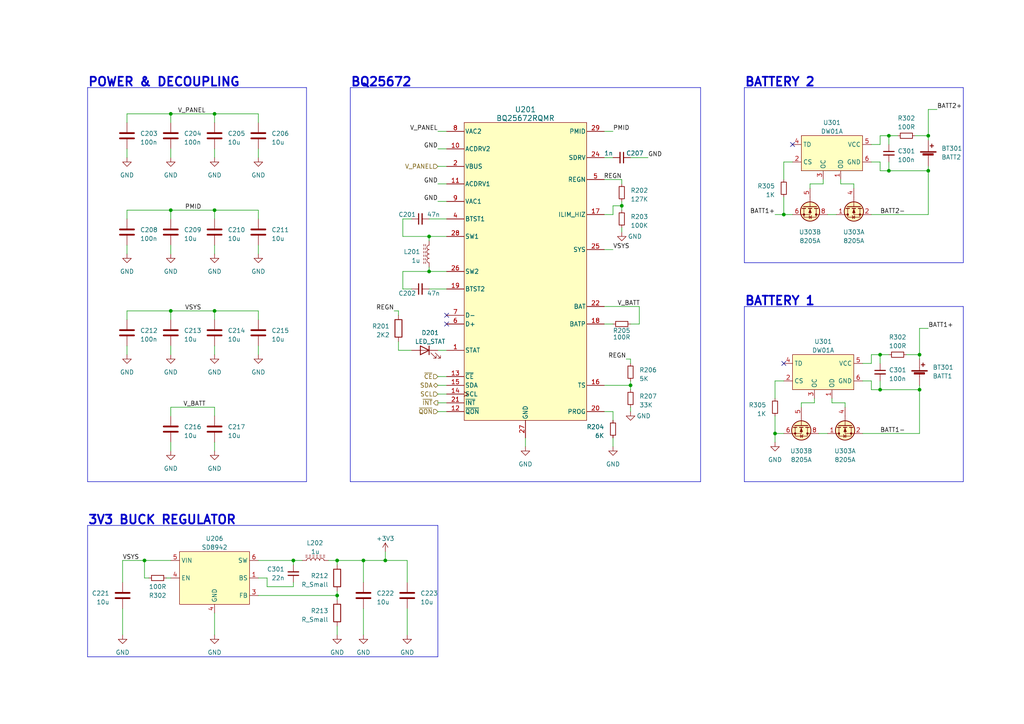
<source format=kicad_sch>
(kicad_sch (version 20230121) (generator eeschema)

  (uuid b99bf00f-7194-45a7-9ec8-993f18aa4cc6)

  (paper "A4")

  (lib_symbols
    (symbol "8205A_1" (pin_names hide) (in_bom yes) (on_board yes)
      (property "Reference" "U" (at 0 0 0)
        (effects (font (size 1.27 1.27)))
      )
      (property "Value" "8205A" (at 0 0 0)
        (effects (font (size 1.27 1.27)))
      )
      (property "Footprint" "Package_SO:TSSOP-8_4.4x3mm_P0.65mm" (at 0 0 0)
        (effects (font (size 1.27 1.27)) hide)
      )
      (property "Datasheet" "" (at 0 0 0)
        (effects (font (size 1.27 1.27)) hide)
      )
      (property "ki_locked" "" (at 0 0 0)
        (effects (font (size 1.27 1.27)))
      )
      (symbol "8205A_1_0_1"
        (circle (center -0.889 0) (radius 2.794)
          (stroke (width 0.254) (type default))
          (fill (type background))
        )
        (circle (center 0 -1.778) (radius 0.254)
          (stroke (width 0) (type default))
          (fill (type outline))
        )
        (polyline
          (pts
            (xy -2.286 0)
            (xy -5.08 0)
          )
          (stroke (width 0) (type default))
          (fill (type none))
        )
        (polyline
          (pts
            (xy -2.286 1.905)
            (xy -2.286 -1.905)
          )
          (stroke (width 0.254) (type default))
          (fill (type none))
        )
        (polyline
          (pts
            (xy -1.778 -1.27)
            (xy -1.778 -2.286)
          )
          (stroke (width 0.254) (type default))
          (fill (type none))
        )
        (polyline
          (pts
            (xy -1.778 0.508)
            (xy -1.778 -0.508)
          )
          (stroke (width 0.254) (type default))
          (fill (type none))
        )
        (polyline
          (pts
            (xy -1.778 2.286)
            (xy -1.778 1.27)
          )
          (stroke (width 0.254) (type default))
          (fill (type none))
        )
        (polyline
          (pts
            (xy 0 2.54)
            (xy 0 1.778)
          )
          (stroke (width 0) (type default))
          (fill (type none))
        )
        (polyline
          (pts
            (xy 0 -2.54)
            (xy 0 0)
            (xy -1.778 0)
          )
          (stroke (width 0) (type default))
          (fill (type none))
        )
        (polyline
          (pts
            (xy -1.778 -1.778)
            (xy 0.762 -1.778)
            (xy 0.762 1.778)
            (xy -1.778 1.778)
          )
          (stroke (width 0) (type default))
          (fill (type none))
        )
        (polyline
          (pts
            (xy -1.524 0)
            (xy -0.508 0.381)
            (xy -0.508 -0.381)
            (xy -1.524 0)
          )
          (stroke (width 0) (type default))
          (fill (type outline))
        )
        (polyline
          (pts
            (xy 0.254 0.508)
            (xy 0.381 0.381)
            (xy 1.143 0.381)
            (xy 1.27 0.254)
          )
          (stroke (width 0) (type default))
          (fill (type none))
        )
        (polyline
          (pts
            (xy 0.762 0.381)
            (xy 0.381 -0.254)
            (xy 1.143 -0.254)
            (xy 0.762 0.381)
          )
          (stroke (width 0) (type default))
          (fill (type none))
        )
        (circle (center 0 1.778) (radius 0.254)
          (stroke (width 0) (type default))
          (fill (type outline))
        )
      )
      (symbol "8205A_1_1_1"
        (pin passive line (at 0 5.08 270) (length 2.54)
          (name "D1" (effects (font (size 1.27 1.27))))
          (number "1" (effects (font (size 1.27 1.27))))
        )
        (pin passive line (at 0 -5.08 90) (length 2.54)
          (name "S1" (effects (font (size 1.27 1.27))))
          (number "2" (effects (font (size 1.27 1.27))))
        )
        (pin passive line (at 0 -5.08 90) (length 2.54) hide
          (name "S1" (effects (font (size 1.27 1.27))))
          (number "3" (effects (font (size 1.27 1.27))))
        )
        (pin input line (at -7.62 0 0) (length 2.54)
          (name "G1" (effects (font (size 1.27 1.27))))
          (number "4" (effects (font (size 1.27 1.27))))
        )
      )
      (symbol "8205A_1_2_1"
        (pin input line (at -7.62 0 0) (length 2.54)
          (name "G2" (effects (font (size 1.27 1.27))))
          (number "5" (effects (font (size 1.27 1.27))))
        )
        (pin passive line (at 0 -5.08 90) (length 2.54)
          (name "S2" (effects (font (size 1.27 1.27))))
          (number "6" (effects (font (size 1.27 1.27))))
        )
        (pin passive line (at 0 -5.08 90) (length 2.54) hide
          (name "S2" (effects (font (size 1.27 1.27))))
          (number "7" (effects (font (size 1.27 1.27))))
        )
        (pin passive line (at 0 5.08 270) (length 2.54)
          (name "D2" (effects (font (size 1.27 1.27))))
          (number "8" (effects (font (size 1.27 1.27))))
        )
      )
    )
    (symbol "Device:Battery_Cell" (pin_numbers hide) (pin_names (offset 0) hide) (in_bom yes) (on_board yes)
      (property "Reference" "BT" (at 2.54 2.54 0)
        (effects (font (size 1.27 1.27)) (justify left))
      )
      (property "Value" "Battery_Cell" (at 2.54 0 0)
        (effects (font (size 1.27 1.27)) (justify left))
      )
      (property "Footprint" "" (at 0 1.524 90)
        (effects (font (size 1.27 1.27)) hide)
      )
      (property "Datasheet" "~" (at 0 1.524 90)
        (effects (font (size 1.27 1.27)) hide)
      )
      (property "ki_keywords" "battery cell" (at 0 0 0)
        (effects (font (size 1.27 1.27)) hide)
      )
      (property "ki_description" "Single-cell battery" (at 0 0 0)
        (effects (font (size 1.27 1.27)) hide)
      )
      (symbol "Battery_Cell_0_1"
        (rectangle (start -2.286 1.778) (end 2.286 1.524)
          (stroke (width 0) (type default))
          (fill (type outline))
        )
        (rectangle (start -1.5748 1.1938) (end 1.4732 0.6858)
          (stroke (width 0) (type default))
          (fill (type outline))
        )
        (polyline
          (pts
            (xy 0 0.762)
            (xy 0 0)
          )
          (stroke (width 0) (type default))
          (fill (type none))
        )
        (polyline
          (pts
            (xy 0 1.778)
            (xy 0 2.54)
          )
          (stroke (width 0) (type default))
          (fill (type none))
        )
        (polyline
          (pts
            (xy 0.508 3.429)
            (xy 1.524 3.429)
          )
          (stroke (width 0.254) (type default))
          (fill (type none))
        )
        (polyline
          (pts
            (xy 1.016 3.937)
            (xy 1.016 2.921)
          )
          (stroke (width 0.254) (type default))
          (fill (type none))
        )
      )
      (symbol "Battery_Cell_1_1"
        (pin passive line (at 0 5.08 270) (length 2.54)
          (name "+" (effects (font (size 1.27 1.27))))
          (number "1" (effects (font (size 1.27 1.27))))
        )
        (pin passive line (at 0 -2.54 90) (length 2.54)
          (name "-" (effects (font (size 1.27 1.27))))
          (number "2" (effects (font (size 1.27 1.27))))
        )
      )
    )
    (symbol "Device:C" (pin_numbers hide) (pin_names (offset 0.254)) (in_bom yes) (on_board yes)
      (property "Reference" "C" (at 0.635 2.54 0)
        (effects (font (size 1.27 1.27)) (justify left))
      )
      (property "Value" "C" (at 0.635 -2.54 0)
        (effects (font (size 1.27 1.27)) (justify left))
      )
      (property "Footprint" "" (at 0.9652 -3.81 0)
        (effects (font (size 1.27 1.27)) hide)
      )
      (property "Datasheet" "~" (at 0 0 0)
        (effects (font (size 1.27 1.27)) hide)
      )
      (property "ki_keywords" "cap capacitor" (at 0 0 0)
        (effects (font (size 1.27 1.27)) hide)
      )
      (property "ki_description" "Unpolarized capacitor" (at 0 0 0)
        (effects (font (size 1.27 1.27)) hide)
      )
      (property "ki_fp_filters" "C_*" (at 0 0 0)
        (effects (font (size 1.27 1.27)) hide)
      )
      (symbol "C_0_1"
        (polyline
          (pts
            (xy -2.032 -0.762)
            (xy 2.032 -0.762)
          )
          (stroke (width 0.508) (type default))
          (fill (type none))
        )
        (polyline
          (pts
            (xy -2.032 0.762)
            (xy 2.032 0.762)
          )
          (stroke (width 0.508) (type default))
          (fill (type none))
        )
      )
      (symbol "C_1_1"
        (pin passive line (at 0 3.81 270) (length 2.794)
          (name "~" (effects (font (size 1.27 1.27))))
          (number "1" (effects (font (size 1.27 1.27))))
        )
        (pin passive line (at 0 -3.81 90) (length 2.794)
          (name "~" (effects (font (size 1.27 1.27))))
          (number "2" (effects (font (size 1.27 1.27))))
        )
      )
    )
    (symbol "Device:C_Small" (pin_numbers hide) (pin_names (offset 0.254) hide) (in_bom yes) (on_board yes)
      (property "Reference" "C" (at 0.254 1.778 0)
        (effects (font (size 1.27 1.27)) (justify left))
      )
      (property "Value" "C_Small" (at 0.254 -2.032 0)
        (effects (font (size 1.27 1.27)) (justify left))
      )
      (property "Footprint" "" (at 0 0 0)
        (effects (font (size 1.27 1.27)) hide)
      )
      (property "Datasheet" "~" (at 0 0 0)
        (effects (font (size 1.27 1.27)) hide)
      )
      (property "ki_keywords" "capacitor cap" (at 0 0 0)
        (effects (font (size 1.27 1.27)) hide)
      )
      (property "ki_description" "Unpolarized capacitor, small symbol" (at 0 0 0)
        (effects (font (size 1.27 1.27)) hide)
      )
      (property "ki_fp_filters" "C_*" (at 0 0 0)
        (effects (font (size 1.27 1.27)) hide)
      )
      (symbol "C_Small_0_1"
        (polyline
          (pts
            (xy -1.524 -0.508)
            (xy 1.524 -0.508)
          )
          (stroke (width 0.3302) (type default))
          (fill (type none))
        )
        (polyline
          (pts
            (xy -1.524 0.508)
            (xy 1.524 0.508)
          )
          (stroke (width 0.3048) (type default))
          (fill (type none))
        )
      )
      (symbol "C_Small_1_1"
        (pin passive line (at 0 2.54 270) (length 2.032)
          (name "~" (effects (font (size 1.27 1.27))))
          (number "1" (effects (font (size 1.27 1.27))))
        )
        (pin passive line (at 0 -2.54 90) (length 2.032)
          (name "~" (effects (font (size 1.27 1.27))))
          (number "2" (effects (font (size 1.27 1.27))))
        )
      )
    )
    (symbol "Device:LED" (pin_numbers hide) (pin_names (offset 1.016) hide) (in_bom yes) (on_board yes)
      (property "Reference" "D" (at 0 2.54 0)
        (effects (font (size 1.27 1.27)))
      )
      (property "Value" "LED" (at 0 -2.54 0)
        (effects (font (size 1.27 1.27)))
      )
      (property "Footprint" "" (at 0 0 0)
        (effects (font (size 1.27 1.27)) hide)
      )
      (property "Datasheet" "~" (at 0 0 0)
        (effects (font (size 1.27 1.27)) hide)
      )
      (property "ki_keywords" "LED diode" (at 0 0 0)
        (effects (font (size 1.27 1.27)) hide)
      )
      (property "ki_description" "Light emitting diode" (at 0 0 0)
        (effects (font (size 1.27 1.27)) hide)
      )
      (property "ki_fp_filters" "LED* LED_SMD:* LED_THT:*" (at 0 0 0)
        (effects (font (size 1.27 1.27)) hide)
      )
      (symbol "LED_0_1"
        (polyline
          (pts
            (xy -1.27 -1.27)
            (xy -1.27 1.27)
          )
          (stroke (width 0.254) (type default))
          (fill (type none))
        )
        (polyline
          (pts
            (xy -1.27 0)
            (xy 1.27 0)
          )
          (stroke (width 0) (type default))
          (fill (type none))
        )
        (polyline
          (pts
            (xy 1.27 -1.27)
            (xy 1.27 1.27)
            (xy -1.27 0)
            (xy 1.27 -1.27)
          )
          (stroke (width 0.254) (type default))
          (fill (type none))
        )
        (polyline
          (pts
            (xy -3.048 -0.762)
            (xy -4.572 -2.286)
            (xy -3.81 -2.286)
            (xy -4.572 -2.286)
            (xy -4.572 -1.524)
          )
          (stroke (width 0) (type default))
          (fill (type none))
        )
        (polyline
          (pts
            (xy -1.778 -0.762)
            (xy -3.302 -2.286)
            (xy -2.54 -2.286)
            (xy -3.302 -2.286)
            (xy -3.302 -1.524)
          )
          (stroke (width 0) (type default))
          (fill (type none))
        )
      )
      (symbol "LED_1_1"
        (pin passive line (at -3.81 0 0) (length 2.54)
          (name "K" (effects (font (size 1.27 1.27))))
          (number "1" (effects (font (size 1.27 1.27))))
        )
        (pin passive line (at 3.81 0 180) (length 2.54)
          (name "A" (effects (font (size 1.27 1.27))))
          (number "2" (effects (font (size 1.27 1.27))))
        )
      )
    )
    (symbol "Device:L_Ferrite" (pin_numbers hide) (pin_names (offset 1.016) hide) (in_bom yes) (on_board yes)
      (property "Reference" "L" (at -1.27 0 90)
        (effects (font (size 1.27 1.27)))
      )
      (property "Value" "L_Ferrite" (at 2.794 0 90)
        (effects (font (size 1.27 1.27)))
      )
      (property "Footprint" "" (at 0 0 0)
        (effects (font (size 1.27 1.27)) hide)
      )
      (property "Datasheet" "~" (at 0 0 0)
        (effects (font (size 1.27 1.27)) hide)
      )
      (property "ki_keywords" "inductor choke coil reactor magnetic" (at 0 0 0)
        (effects (font (size 1.27 1.27)) hide)
      )
      (property "ki_description" "Inductor with ferrite core" (at 0 0 0)
        (effects (font (size 1.27 1.27)) hide)
      )
      (property "ki_fp_filters" "Choke_* *Coil* Inductor_* L_*" (at 0 0 0)
        (effects (font (size 1.27 1.27)) hide)
      )
      (symbol "L_Ferrite_0_1"
        (arc (start 0 -2.54) (mid 0.6323 -1.905) (end 0 -1.27)
          (stroke (width 0) (type default))
          (fill (type none))
        )
        (arc (start 0 -1.27) (mid 0.6323 -0.635) (end 0 0)
          (stroke (width 0) (type default))
          (fill (type none))
        )
        (polyline
          (pts
            (xy 1.016 -2.794)
            (xy 1.016 -2.286)
          )
          (stroke (width 0) (type default))
          (fill (type none))
        )
        (polyline
          (pts
            (xy 1.016 -1.778)
            (xy 1.016 -1.27)
          )
          (stroke (width 0) (type default))
          (fill (type none))
        )
        (polyline
          (pts
            (xy 1.016 -0.762)
            (xy 1.016 -0.254)
          )
          (stroke (width 0) (type default))
          (fill (type none))
        )
        (polyline
          (pts
            (xy 1.016 0.254)
            (xy 1.016 0.762)
          )
          (stroke (width 0) (type default))
          (fill (type none))
        )
        (polyline
          (pts
            (xy 1.016 1.27)
            (xy 1.016 1.778)
          )
          (stroke (width 0) (type default))
          (fill (type none))
        )
        (polyline
          (pts
            (xy 1.016 2.286)
            (xy 1.016 2.794)
          )
          (stroke (width 0) (type default))
          (fill (type none))
        )
        (polyline
          (pts
            (xy 1.524 -2.286)
            (xy 1.524 -2.794)
          )
          (stroke (width 0) (type default))
          (fill (type none))
        )
        (polyline
          (pts
            (xy 1.524 -1.27)
            (xy 1.524 -1.778)
          )
          (stroke (width 0) (type default))
          (fill (type none))
        )
        (polyline
          (pts
            (xy 1.524 -0.254)
            (xy 1.524 -0.762)
          )
          (stroke (width 0) (type default))
          (fill (type none))
        )
        (polyline
          (pts
            (xy 1.524 0.762)
            (xy 1.524 0.254)
          )
          (stroke (width 0) (type default))
          (fill (type none))
        )
        (polyline
          (pts
            (xy 1.524 1.778)
            (xy 1.524 1.27)
          )
          (stroke (width 0) (type default))
          (fill (type none))
        )
        (polyline
          (pts
            (xy 1.524 2.794)
            (xy 1.524 2.286)
          )
          (stroke (width 0) (type default))
          (fill (type none))
        )
        (arc (start 0 0) (mid 0.6323 0.635) (end 0 1.27)
          (stroke (width 0) (type default))
          (fill (type none))
        )
        (arc (start 0 1.27) (mid 0.6323 1.905) (end 0 2.54)
          (stroke (width 0) (type default))
          (fill (type none))
        )
      )
      (symbol "L_Ferrite_1_1"
        (pin passive line (at 0 3.81 270) (length 1.27)
          (name "1" (effects (font (size 1.27 1.27))))
          (number "1" (effects (font (size 1.27 1.27))))
        )
        (pin passive line (at 0 -3.81 90) (length 1.27)
          (name "2" (effects (font (size 1.27 1.27))))
          (number "2" (effects (font (size 1.27 1.27))))
        )
      )
    )
    (symbol "Device:R" (pin_numbers hide) (pin_names (offset 0)) (in_bom yes) (on_board yes)
      (property "Reference" "R" (at 2.032 0 90)
        (effects (font (size 1.27 1.27)))
      )
      (property "Value" "R" (at 0 0 90)
        (effects (font (size 1.27 1.27)))
      )
      (property "Footprint" "" (at -1.778 0 90)
        (effects (font (size 1.27 1.27)) hide)
      )
      (property "Datasheet" "~" (at 0 0 0)
        (effects (font (size 1.27 1.27)) hide)
      )
      (property "ki_keywords" "R res resistor" (at 0 0 0)
        (effects (font (size 1.27 1.27)) hide)
      )
      (property "ki_description" "Resistor" (at 0 0 0)
        (effects (font (size 1.27 1.27)) hide)
      )
      (property "ki_fp_filters" "R_*" (at 0 0 0)
        (effects (font (size 1.27 1.27)) hide)
      )
      (symbol "R_0_1"
        (rectangle (start -1.016 -2.54) (end 1.016 2.54)
          (stroke (width 0.254) (type default))
          (fill (type none))
        )
      )
      (symbol "R_1_1"
        (pin passive line (at 0 3.81 270) (length 1.27)
          (name "~" (effects (font (size 1.27 1.27))))
          (number "1" (effects (font (size 1.27 1.27))))
        )
        (pin passive line (at 0 -3.81 90) (length 1.27)
          (name "~" (effects (font (size 1.27 1.27))))
          (number "2" (effects (font (size 1.27 1.27))))
        )
      )
    )
    (symbol "Device:R_Small" (pin_numbers hide) (pin_names (offset 0.254) hide) (in_bom yes) (on_board yes)
      (property "Reference" "R" (at 0.762 0.508 0)
        (effects (font (size 1.27 1.27)) (justify left))
      )
      (property "Value" "R_Small" (at 0.762 -1.016 0)
        (effects (font (size 1.27 1.27)) (justify left))
      )
      (property "Footprint" "" (at 0 0 0)
        (effects (font (size 1.27 1.27)) hide)
      )
      (property "Datasheet" "~" (at 0 0 0)
        (effects (font (size 1.27 1.27)) hide)
      )
      (property "ki_keywords" "R resistor" (at 0 0 0)
        (effects (font (size 1.27 1.27)) hide)
      )
      (property "ki_description" "Resistor, small symbol" (at 0 0 0)
        (effects (font (size 1.27 1.27)) hide)
      )
      (property "ki_fp_filters" "R_*" (at 0 0 0)
        (effects (font (size 1.27 1.27)) hide)
      )
      (symbol "R_Small_0_1"
        (rectangle (start -0.762 1.778) (end 0.762 -1.778)
          (stroke (width 0.2032) (type default))
          (fill (type none))
        )
      )
      (symbol "R_Small_1_1"
        (pin passive line (at 0 2.54 270) (length 0.762)
          (name "~" (effects (font (size 1.27 1.27))))
          (number "1" (effects (font (size 1.27 1.27))))
        )
        (pin passive line (at 0 -2.54 90) (length 0.762)
          (name "~" (effects (font (size 1.27 1.27))))
          (number "2" (effects (font (size 1.27 1.27))))
        )
      )
    )
    (symbol "My_Battery_Management:DW01A" (in_bom yes) (on_board yes)
      (property "Reference" "U" (at 6.35 6.35 0)
        (effects (font (size 1.27 1.27)))
      )
      (property "Value" "DW01A" (at 8.89 -6.35 0)
        (effects (font (size 1.27 1.27)))
      )
      (property "Footprint" "Package_TO_SOT_SMD:SOT-23-6" (at 0 0 0)
        (effects (font (size 1.27 1.27)) hide)
      )
      (property "Datasheet" "" (at 0 0 0)
        (effects (font (size 1.27 1.27)) hide)
      )
      (symbol "DW01A_0_1"
        (rectangle (start -8.89 5.08) (end 8.89 -5.08)
          (stroke (width 0) (type default))
          (fill (type background))
        )
      )
      (symbol "DW01A_1_1"
        (pin passive line (at -2.54 -7.62 90) (length 2.54)
          (name "OD" (effects (font (size 1.27 1.27))))
          (number "1" (effects (font (size 1.27 1.27))))
        )
        (pin passive line (at 11.43 -2.54 180) (length 2.54)
          (name "CS" (effects (font (size 1.27 1.27))))
          (number "2" (effects (font (size 1.27 1.27))))
        )
        (pin passive line (at 2.54 -7.62 90) (length 2.54)
          (name "OC" (effects (font (size 1.27 1.27))))
          (number "3" (effects (font (size 1.27 1.27))))
        )
        (pin passive line (at 11.43 2.54 180) (length 2.54)
          (name "TD" (effects (font (size 1.27 1.27))))
          (number "4" (effects (font (size 1.27 1.27))))
        )
        (pin passive line (at -11.43 2.54 0) (length 2.54)
          (name "VCC" (effects (font (size 1.27 1.27))))
          (number "5" (effects (font (size 1.27 1.27))))
        )
        (pin passive line (at -11.43 -2.54 0) (length 2.54)
          (name "GND" (effects (font (size 1.27 1.27))))
          (number "6" (effects (font (size 1.27 1.27))))
        )
      )
    )
    (symbol "My_Regulator_Switching:BQ25672RQMR" (pin_names (offset 0.254)) (in_bom yes) (on_board yes)
      (property "Reference" "U" (at 0 46.99 0)
        (effects (font (size 1.524 1.524)))
      )
      (property "Value" "BQ25672RQMR" (at 8.89 -44.45 0)
        (effects (font (size 1.524 1.524)))
      )
      (property "Footprint" "My_Regulator_Switching:RQM0029A-MFG" (at 0 48.26 0)
        (effects (font (size 1.27 1.27) italic) hide)
      )
      (property "Datasheet" "https://www.ti.com/lit/gpn/bq25672" (at 0 44.45 0)
        (effects (font (size 1.27 1.27) italic) hide)
      )
      (property "ki_keywords" "BQ25672RQMR" (at 0 0 0)
        (effects (font (size 1.27 1.27)) hide)
      )
      (property "ki_fp_filters" "RQM0029A-MFG" (at 0 0 0)
        (effects (font (size 1.27 1.27)) hide)
      )
      (symbol "BQ25672RQMR_0_1"
        (rectangle (start -17.78 43.18) (end 17.78 -43.18)
          (stroke (width 0) (type default))
          (fill (type background))
        )
        (pin output line (at -22.86 -22.86 0) (length 5.08)
          (name "STAT" (effects (font (size 1.27 1.27))))
          (number "1" (effects (font (size 1.27 1.27))))
        )
        (pin output line (at -22.86 35.56 0) (length 5.08)
          (name "ACDRV2" (effects (font (size 1.27 1.27))))
          (number "10" (effects (font (size 1.27 1.27))))
        )
        (pin output line (at -22.86 25.4 0) (length 5.08)
          (name "ACDRV1" (effects (font (size 1.27 1.27))))
          (number "11" (effects (font (size 1.27 1.27))))
        )
        (pin input line (at -22.86 -40.64 0) (length 5.08)
          (name "~{QON}" (effects (font (size 1.27 1.27))))
          (number "12" (effects (font (size 1.27 1.27))))
        )
        (pin input line (at -22.86 -30.48 0) (length 5.08)
          (name "~{CE}" (effects (font (size 1.27 1.27))))
          (number "13" (effects (font (size 1.27 1.27))))
        )
        (pin input clock (at -22.86 -35.56 0) (length 5.08)
          (name "SCL" (effects (font (size 1.27 1.27))))
          (number "14" (effects (font (size 1.27 1.27))))
        )
        (pin bidirectional line (at -22.86 -33.02 0) (length 5.08)
          (name "SDA" (effects (font (size 1.27 1.27))))
          (number "15" (effects (font (size 1.27 1.27))))
        )
        (pin input line (at 22.86 -33.02 180) (length 5.08)
          (name "TS" (effects (font (size 1.27 1.27))))
          (number "16" (effects (font (size 1.27 1.27))))
        )
        (pin input line (at 22.86 16.51 180) (length 5.08)
          (name "ILIM_HIZ" (effects (font (size 1.27 1.27))))
          (number "17" (effects (font (size 1.27 1.27))))
        )
        (pin passive line (at 22.86 -15.24 180) (length 5.08)
          (name "BATP" (effects (font (size 1.27 1.27))))
          (number "18" (effects (font (size 1.27 1.27))))
        )
        (pin passive line (at -22.86 -5.08 0) (length 5.08)
          (name "BTST2" (effects (font (size 1.27 1.27))))
          (number "19" (effects (font (size 1.27 1.27))))
        )
        (pin power_in line (at -22.86 30.48 0) (length 5.08)
          (name "VBUS" (effects (font (size 1.27 1.27))))
          (number "2" (effects (font (size 1.27 1.27))))
        )
        (pin input line (at 22.86 -40.64 180) (length 5.08)
          (name "PROG" (effects (font (size 1.27 1.27))))
          (number "20" (effects (font (size 1.27 1.27))))
        )
        (pin open_collector line (at -22.86 -38.1 0) (length 5.08)
          (name "~{INT}" (effects (font (size 1.27 1.27))))
          (number "21" (effects (font (size 1.27 1.27))))
        )
        (pin passive line (at 22.86 -10.16 180) (length 5.08)
          (name "BAT" (effects (font (size 1.27 1.27))))
          (number "22" (effects (font (size 1.27 1.27))))
        )
        (pin passive line (at 22.86 -10.16 180) (length 5.08) hide
          (name "BAT" (effects (font (size 1.27 1.27))))
          (number "23" (effects (font (size 1.27 1.27))))
        )
        (pin output line (at 22.86 33.02 180) (length 5.08)
          (name "SDRV" (effects (font (size 1.27 1.27))))
          (number "24" (effects (font (size 1.27 1.27))))
        )
        (pin power_out line (at 22.86 6.35 180) (length 5.08)
          (name "SYS" (effects (font (size 1.27 1.27))))
          (number "25" (effects (font (size 1.27 1.27))))
        )
        (pin passive line (at -22.86 0 0) (length 5.08)
          (name "SW2" (effects (font (size 1.27 1.27))))
          (number "26" (effects (font (size 1.27 1.27))))
        )
        (pin passive line (at 0 -48.26 90) (length 5.08)
          (name "GND" (effects (font (size 1.27 1.27))))
          (number "27" (effects (font (size 1.27 1.27))))
        )
        (pin passive line (at -22.86 10.16 0) (length 5.08)
          (name "SW1" (effects (font (size 1.27 1.27))))
          (number "28" (effects (font (size 1.27 1.27))))
        )
        (pin passive line (at 22.86 40.64 180) (length 5.08)
          (name "PMID" (effects (font (size 1.27 1.27))))
          (number "29" (effects (font (size 1.27 1.27))))
        )
        (pin passive line (at -22.86 30.48 0) (length 5.08) hide
          (name "VBUS" (effects (font (size 1.27 1.27))))
          (number "3" (effects (font (size 1.27 1.27))))
        )
        (pin passive line (at -22.86 15.24 0) (length 5.08)
          (name "BTST1" (effects (font (size 1.27 1.27))))
          (number "4" (effects (font (size 1.27 1.27))))
        )
        (pin power_out line (at 22.86 26.67 180) (length 5.08)
          (name "REGN" (effects (font (size 1.27 1.27))))
          (number "5" (effects (font (size 1.27 1.27))))
        )
        (pin bidirectional line (at -22.86 -15.24 0) (length 5.08)
          (name "D+" (effects (font (size 1.27 1.27))))
          (number "6" (effects (font (size 1.27 1.27))))
        )
        (pin bidirectional line (at -22.86 -12.7 0) (length 5.08)
          (name "D-" (effects (font (size 1.27 1.27))))
          (number "7" (effects (font (size 1.27 1.27))))
        )
        (pin input line (at -22.86 40.64 0) (length 5.08)
          (name "VAC2" (effects (font (size 1.27 1.27))))
          (number "8" (effects (font (size 1.27 1.27))))
        )
        (pin input line (at -22.86 20.32 0) (length 5.08)
          (name "VAC1" (effects (font (size 1.27 1.27))))
          (number "9" (effects (font (size 1.27 1.27))))
        )
      )
    )
    (symbol "My_Regulator_Switching:SD8942" (in_bom yes) (on_board yes)
      (property "Reference" "U" (at 3.81 8.89 0)
        (effects (font (size 1.27 1.27)))
      )
      (property "Value" "SD8942" (at 6.35 -8.89 0)
        (effects (font (size 1.27 1.27)))
      )
      (property "Footprint" "Package_TO_SOT_SMD:SOT-23-6" (at 0 11.43 0)
        (effects (font (size 1.27 1.27)) hide)
      )
      (property "Datasheet" "" (at 0 0 0)
        (effects (font (size 1.27 1.27)) hide)
      )
      (symbol "SD8942_0_1"
        (rectangle (start -10.16 7.62) (end 10.16 -7.62)
          (stroke (width 0) (type default))
          (fill (type background))
        )
      )
      (symbol "SD8942_1_1"
        (pin output line (at 12.7 0 180) (length 2.54)
          (name "BS" (effects (font (size 1.27 1.27))))
          (number "1" (effects (font (size 1.27 1.27))))
        )
        (pin passive line (at 0 -10.16 90) (length 2.54) hide
          (name "GND" (effects (font (size 1.27 1.27))))
          (number "2" (effects (font (size 1.27 1.27))))
        )
        (pin input line (at 12.7 -5.08 180) (length 2.54)
          (name "FB" (effects (font (size 1.27 1.27))))
          (number "3" (effects (font (size 1.27 1.27))))
        )
        (pin input line (at -12.7 0 0) (length 2.54)
          (name "EN" (effects (font (size 1.27 1.27))))
          (number "4" (effects (font (size 1.27 1.27))))
        )
        (pin power_in line (at 0 -10.16 90) (length 2.54)
          (name "GND" (effects (font (size 1.27 1.27))))
          (number "4" (effects (font (size 1.27 1.27))))
        )
        (pin power_in line (at -12.7 5.08 0) (length 2.54)
          (name "VIN" (effects (font (size 1.27 1.27))))
          (number "5" (effects (font (size 1.27 1.27))))
        )
        (pin power_out line (at 12.7 5.08 180) (length 2.54)
          (name "SW" (effects (font (size 1.27 1.27))))
          (number "6" (effects (font (size 1.27 1.27))))
        )
      )
    )
    (symbol "My_Transistor_FET:8205A" (pin_names hide) (in_bom yes) (on_board yes)
      (property "Reference" "U" (at 0 0 0)
        (effects (font (size 1.27 1.27)))
      )
      (property "Value" "8205A" (at 0 0 0)
        (effects (font (size 1.27 1.27)))
      )
      (property "Footprint" "Package_SO:TSSOP-8_4.4x3mm_P0.65mm" (at 0 0 0)
        (effects (font (size 1.27 1.27)) hide)
      )
      (property "Datasheet" "" (at 0 0 0)
        (effects (font (size 1.27 1.27)) hide)
      )
      (property "ki_locked" "" (at 0 0 0)
        (effects (font (size 1.27 1.27)))
      )
      (symbol "8205A_0_1"
        (circle (center -0.889 0) (radius 2.794)
          (stroke (width 0.254) (type default))
          (fill (type background))
        )
        (circle (center 0 -1.778) (radius 0.254)
          (stroke (width 0) (type default))
          (fill (type outline))
        )
        (polyline
          (pts
            (xy -2.286 0)
            (xy -5.08 0)
          )
          (stroke (width 0) (type default))
          (fill (type none))
        )
        (polyline
          (pts
            (xy -2.286 1.905)
            (xy -2.286 -1.905)
          )
          (stroke (width 0.254) (type default))
          (fill (type none))
        )
        (polyline
          (pts
            (xy -1.778 -1.27)
            (xy -1.778 -2.286)
          )
          (stroke (width 0.254) (type default))
          (fill (type none))
        )
        (polyline
          (pts
            (xy -1.778 0.508)
            (xy -1.778 -0.508)
          )
          (stroke (width 0.254) (type default))
          (fill (type none))
        )
        (polyline
          (pts
            (xy -1.778 2.286)
            (xy -1.778 1.27)
          )
          (stroke (width 0.254) (type default))
          (fill (type none))
        )
        (polyline
          (pts
            (xy 0 2.54)
            (xy 0 1.778)
          )
          (stroke (width 0) (type default))
          (fill (type none))
        )
        (polyline
          (pts
            (xy 0 -2.54)
            (xy 0 0)
            (xy -1.778 0)
          )
          (stroke (width 0) (type default))
          (fill (type none))
        )
        (polyline
          (pts
            (xy -1.778 -1.778)
            (xy 0.762 -1.778)
            (xy 0.762 1.778)
            (xy -1.778 1.778)
          )
          (stroke (width 0) (type default))
          (fill (type none))
        )
        (polyline
          (pts
            (xy -1.524 0)
            (xy -0.508 0.381)
            (xy -0.508 -0.381)
            (xy -1.524 0)
          )
          (stroke (width 0) (type default))
          (fill (type outline))
        )
        (polyline
          (pts
            (xy 0.254 0.508)
            (xy 0.381 0.381)
            (xy 1.143 0.381)
            (xy 1.27 0.254)
          )
          (stroke (width 0) (type default))
          (fill (type none))
        )
        (polyline
          (pts
            (xy 0.762 0.381)
            (xy 0.381 -0.254)
            (xy 1.143 -0.254)
            (xy 0.762 0.381)
          )
          (stroke (width 0) (type default))
          (fill (type none))
        )
        (circle (center 0 1.778) (radius 0.254)
          (stroke (width 0) (type default))
          (fill (type outline))
        )
      )
      (symbol "8205A_1_1"
        (pin passive line (at 0 5.08 270) (length 2.54)
          (name "D1" (effects (font (size 1.27 1.27))))
          (number "1" (effects (font (size 1.27 1.27))))
        )
        (pin passive line (at 0 -5.08 90) (length 2.54)
          (name "S1" (effects (font (size 1.27 1.27))))
          (number "2" (effects (font (size 1.27 1.27))))
        )
        (pin passive line (at 0 -5.08 90) (length 2.54) hide
          (name "S1" (effects (font (size 1.27 1.27))))
          (number "3" (effects (font (size 1.27 1.27))))
        )
        (pin input line (at -7.62 0 0) (length 2.54)
          (name "G1" (effects (font (size 1.27 1.27))))
          (number "4" (effects (font (size 1.27 1.27))))
        )
      )
      (symbol "8205A_2_1"
        (pin input line (at -7.62 0 0) (length 2.54)
          (name "G2" (effects (font (size 1.27 1.27))))
          (number "5" (effects (font (size 1.27 1.27))))
        )
        (pin passive line (at 0 -5.08 90) (length 2.54)
          (name "S2" (effects (font (size 1.27 1.27))))
          (number "6" (effects (font (size 1.27 1.27))))
        )
        (pin passive line (at 0 -5.08 90) (length 2.54) hide
          (name "S2" (effects (font (size 1.27 1.27))))
          (number "7" (effects (font (size 1.27 1.27))))
        )
        (pin passive line (at 0 5.08 270) (length 2.54)
          (name "D2" (effects (font (size 1.27 1.27))))
          (number "8" (effects (font (size 1.27 1.27))))
        )
      )
    )
    (symbol "power:+3V3" (power) (pin_names (offset 0)) (in_bom yes) (on_board yes)
      (property "Reference" "#PWR" (at 0 -3.81 0)
        (effects (font (size 1.27 1.27)) hide)
      )
      (property "Value" "+3V3" (at 0 3.556 0)
        (effects (font (size 1.27 1.27)))
      )
      (property "Footprint" "" (at 0 0 0)
        (effects (font (size 1.27 1.27)) hide)
      )
      (property "Datasheet" "" (at 0 0 0)
        (effects (font (size 1.27 1.27)) hide)
      )
      (property "ki_keywords" "global power" (at 0 0 0)
        (effects (font (size 1.27 1.27)) hide)
      )
      (property "ki_description" "Power symbol creates a global label with name \"+3V3\"" (at 0 0 0)
        (effects (font (size 1.27 1.27)) hide)
      )
      (symbol "+3V3_0_1"
        (polyline
          (pts
            (xy -0.762 1.27)
            (xy 0 2.54)
          )
          (stroke (width 0) (type default))
          (fill (type none))
        )
        (polyline
          (pts
            (xy 0 0)
            (xy 0 2.54)
          )
          (stroke (width 0) (type default))
          (fill (type none))
        )
        (polyline
          (pts
            (xy 0 2.54)
            (xy 0.762 1.27)
          )
          (stroke (width 0) (type default))
          (fill (type none))
        )
      )
      (symbol "+3V3_1_1"
        (pin power_in line (at 0 0 90) (length 0) hide
          (name "+3V3" (effects (font (size 1.27 1.27))))
          (number "1" (effects (font (size 1.27 1.27))))
        )
      )
    )
    (symbol "power:GND" (power) (pin_names (offset 0)) (in_bom yes) (on_board yes)
      (property "Reference" "#PWR" (at 0 -6.35 0)
        (effects (font (size 1.27 1.27)) hide)
      )
      (property "Value" "GND" (at 0 -3.81 0)
        (effects (font (size 1.27 1.27)))
      )
      (property "Footprint" "" (at 0 0 0)
        (effects (font (size 1.27 1.27)) hide)
      )
      (property "Datasheet" "" (at 0 0 0)
        (effects (font (size 1.27 1.27)) hide)
      )
      (property "ki_keywords" "global power" (at 0 0 0)
        (effects (font (size 1.27 1.27)) hide)
      )
      (property "ki_description" "Power symbol creates a global label with name \"GND\" , ground" (at 0 0 0)
        (effects (font (size 1.27 1.27)) hide)
      )
      (symbol "GND_0_1"
        (polyline
          (pts
            (xy 0 0)
            (xy 0 -1.27)
            (xy 1.27 -1.27)
            (xy 0 -2.54)
            (xy -1.27 -1.27)
            (xy 0 -1.27)
          )
          (stroke (width 0) (type default))
          (fill (type none))
        )
      )
      (symbol "GND_1_1"
        (pin power_in line (at 0 0 270) (length 0) hide
          (name "GND" (effects (font (size 1.27 1.27))))
          (number "1" (effects (font (size 1.27 1.27))))
        )
      )
    )
  )

  (junction (at 97.79 162.56) (diameter 0) (color 0 0 0 0)
    (uuid 10dddc98-5155-4c9f-aedf-2539e1b99899)
  )
  (junction (at 97.79 172.72) (diameter 0) (color 0 0 0 0)
    (uuid 199231ab-dbc2-4380-8fc6-83f4ad731387)
  )
  (junction (at 182.88 111.76) (diameter 0) (color 0 0 0 0)
    (uuid 1a789950-6483-4bbe-b5d1-488969f437ce)
  )
  (junction (at 41.91 162.56) (diameter 0) (color 0 0 0 0)
    (uuid 1c926ac5-4206-45c4-92be-43613798e016)
  )
  (junction (at 49.53 33.02) (diameter 0) (color 0 0 0 0)
    (uuid 216632ab-3b24-4b5f-bf30-2fed66b36731)
  )
  (junction (at 62.23 33.02) (diameter 0) (color 0 0 0 0)
    (uuid 23b562ef-3247-4eaf-92fd-52629a2a7f14)
  )
  (junction (at 49.53 90.17) (diameter 0) (color 0 0 0 0)
    (uuid 2af01c4d-bcf4-4862-867b-b1ae18e75569)
  )
  (junction (at 227.33 62.23) (diameter 0) (color 0 0 0 0)
    (uuid 2baa5f3f-5c3b-4f04-a665-bd318817a33d)
  )
  (junction (at 49.53 60.96) (diameter 0) (color 0 0 0 0)
    (uuid 3ec72149-770d-431b-a0bf-fb58393d7bfe)
  )
  (junction (at 85.09 162.56) (diameter 0) (color 0 0 0 0)
    (uuid 45ff0854-3313-48d3-aef9-c701b693c0d8)
  )
  (junction (at 111.76 162.56) (diameter 0) (color 0 0 0 0)
    (uuid 4f60d2ce-2d0b-4234-ad94-2846a94d40a4)
  )
  (junction (at 257.81 49.53) (diameter 0) (color 0 0 0 0)
    (uuid 5217d392-f76c-4889-9c8f-7fab4c193e4b)
  )
  (junction (at 224.79 125.73) (diameter 0) (color 0 0 0 0)
    (uuid 5b83aaa2-f445-4c73-ba3e-1a8fb62c5271)
  )
  (junction (at 266.7 102.87) (diameter 0) (color 0 0 0 0)
    (uuid 6580fbbc-12bc-4179-b18c-896e3aefc93b)
  )
  (junction (at 269.24 39.37) (diameter 0) (color 0 0 0 0)
    (uuid 7fde48cf-0b23-4561-ab74-bf806217a15a)
  )
  (junction (at 180.34 59.69) (diameter 0) (color 0 0 0 0)
    (uuid 9ebcde12-7c26-4e02-90b0-9e4ae5463f95)
  )
  (junction (at 62.23 90.17) (diameter 0) (color 0 0 0 0)
    (uuid 9f32e756-1609-4c02-ac01-c94d82cae18c)
  )
  (junction (at 255.27 113.03) (diameter 0) (color 0 0 0 0)
    (uuid a396388b-934d-4ce6-a430-a94eee110578)
  )
  (junction (at 255.27 102.87) (diameter 0) (color 0 0 0 0)
    (uuid a580dcfe-3471-4b9a-bc2a-f9a2ceb08df0)
  )
  (junction (at 105.41 162.56) (diameter 0) (color 0 0 0 0)
    (uuid b465d8e0-5deb-4b0a-8e8e-3b0252647df8)
  )
  (junction (at 257.81 39.37) (diameter 0) (color 0 0 0 0)
    (uuid bf5fc9ce-960d-431a-b8e9-10aa3b77de7e)
  )
  (junction (at 269.24 49.53) (diameter 0) (color 0 0 0 0)
    (uuid ce25ec6d-6dc6-4dd8-852a-e8fdd35d8ada)
  )
  (junction (at 124.46 68.58) (diameter 0) (color 0 0 0 0)
    (uuid e061e9d6-c925-44d6-a4e9-b8d4066e4594)
  )
  (junction (at 266.7 113.03) (diameter 0) (color 0 0 0 0)
    (uuid e6057caa-400e-453a-9386-67ac653b69e0)
  )
  (junction (at 62.23 60.96) (diameter 0) (color 0 0 0 0)
    (uuid f3639f46-e75c-4125-b28c-a9c2deccc2e4)
  )
  (junction (at 124.46 78.74) (diameter 0) (color 0 0 0 0)
    (uuid f9d610f2-cd30-474f-8b0b-23fcbcd196ae)
  )

  (no_connect (at 129.54 93.98) (uuid 391a667a-b4f5-444f-aa2e-7c53080dabde))
  (no_connect (at 129.54 91.44) (uuid 6f8aa53c-c133-4c4a-9060-6654583b8411))
  (no_connect (at 229.87 41.91) (uuid c1e72176-0a88-45e0-898b-884b9d0604f5))
  (no_connect (at 227.33 105.41) (uuid c64e9f71-f420-4c42-923b-96290e7e4451))

  (polyline (pts (xy 215.9 25.4) (xy 279.4 25.4))
    (stroke (width 0) (type default))
    (uuid 01d54f1a-11cf-4ddb-b35d-f9d8cf254e8f)
  )

  (wire (pts (xy 127 111.76) (xy 129.54 111.76))
    (stroke (width 0) (type default))
    (uuid 02223e94-fdcb-4199-b930-c8f169b2092b)
  )
  (wire (pts (xy 269.24 48.26) (xy 269.24 49.53))
    (stroke (width 0) (type default))
    (uuid 03aff356-768a-43a8-8ce9-11ae4af80dc2)
  )
  (wire (pts (xy 257.81 39.37) (xy 255.27 39.37))
    (stroke (width 0) (type default))
    (uuid 043f76cf-2c68-46d9-a860-7ea339820d28)
  )
  (wire (pts (xy 266.7 113.03) (xy 255.27 113.03))
    (stroke (width 0) (type default))
    (uuid 050d252e-19d6-4c8b-a181-2f82068bce0d)
  )
  (wire (pts (xy 62.23 100.33) (xy 62.23 102.87))
    (stroke (width 0) (type default))
    (uuid 055815b4-32d7-439d-8771-d51796eac067)
  )
  (wire (pts (xy 175.26 119.38) (xy 177.8 119.38))
    (stroke (width 0) (type default))
    (uuid 05ab5bad-9708-4531-9aee-1834cfe59288)
  )
  (wire (pts (xy 41.91 162.56) (xy 49.53 162.56))
    (stroke (width 0) (type default))
    (uuid 07a241b9-2a85-4535-8377-f4baabfe0549)
  )
  (wire (pts (xy 180.34 59.69) (xy 180.34 58.42))
    (stroke (width 0) (type default))
    (uuid 087322c0-4bf1-4119-a2f5-d4fdeb806fb0)
  )
  (wire (pts (xy 116.84 68.58) (xy 124.46 68.58))
    (stroke (width 0) (type default))
    (uuid 08c06838-4540-4e83-b5ac-de45500f4503)
  )
  (wire (pts (xy 180.34 66.04) (xy 180.34 67.31))
    (stroke (width 0) (type default))
    (uuid 097430ad-3f52-44dd-81c4-dd6421788846)
  )
  (wire (pts (xy 241.3 116.84) (xy 245.11 116.84))
    (stroke (width 0) (type default))
    (uuid 0a24567d-a6c7-4a1c-a3fe-bb0db7529dd0)
  )
  (wire (pts (xy 175.26 52.07) (xy 180.34 52.07))
    (stroke (width 0) (type default))
    (uuid 0a5bdeaf-68c2-4f36-87a5-2291aa48c536)
  )
  (wire (pts (xy 49.53 100.33) (xy 49.53 102.87))
    (stroke (width 0) (type default))
    (uuid 0b29be77-7cd4-4534-90f5-b852d393a4f8)
  )
  (wire (pts (xy 175.26 88.9) (xy 185.42 88.9))
    (stroke (width 0) (type default))
    (uuid 0ccd6a39-a365-4828-82a5-1fbe9f977dd0)
  )
  (wire (pts (xy 238.76 52.07) (xy 238.76 53.34))
    (stroke (width 0) (type default))
    (uuid 0cd98886-2d93-4a13-bb8b-4006ee1bf8cb)
  )
  (wire (pts (xy 97.79 172.72) (xy 97.79 173.99))
    (stroke (width 0) (type default))
    (uuid 0ced615c-0027-471b-bc04-c7b8848cb94f)
  )
  (wire (pts (xy 257.81 102.87) (xy 255.27 102.87))
    (stroke (width 0) (type default))
    (uuid 109c1ca2-8bdd-4b1c-b57d-afcecc8fbf24)
  )
  (wire (pts (xy 243.84 52.07) (xy 243.84 53.34))
    (stroke (width 0) (type default))
    (uuid 10f104f7-43a2-48fb-a564-aa5c82dfa30d)
  )
  (wire (pts (xy 255.27 46.99) (xy 252.73 46.99))
    (stroke (width 0) (type default))
    (uuid 1284e934-7df7-4363-bd73-fad894582c02)
  )
  (wire (pts (xy 116.84 78.74) (xy 124.46 78.74))
    (stroke (width 0) (type default))
    (uuid 14ced536-3388-4066-a2f0-a214dee7d212)
  )
  (wire (pts (xy 105.41 162.56) (xy 105.41 168.91))
    (stroke (width 0) (type default))
    (uuid 16f8d96e-86d2-4046-a03d-d17da2931091)
  )
  (wire (pts (xy 255.27 102.87) (xy 255.27 105.41))
    (stroke (width 0) (type default))
    (uuid 191934f7-4d76-4b07-8a8f-ec504525e953)
  )
  (wire (pts (xy 152.4 127) (xy 152.4 129.54))
    (stroke (width 0) (type default))
    (uuid 19de45b6-588f-4904-9f21-10c809a0fc31)
  )
  (wire (pts (xy 224.79 125.73) (xy 224.79 128.27))
    (stroke (width 0) (type default))
    (uuid 1b453bc4-7caf-4499-973a-494a7c79a098)
  )
  (wire (pts (xy 49.53 60.96) (xy 62.23 60.96))
    (stroke (width 0) (type default))
    (uuid 1f872b66-efb5-46f4-b1ea-517fa383c5a7)
  )
  (wire (pts (xy 74.93 60.96) (xy 74.93 63.5))
    (stroke (width 0) (type default))
    (uuid 1fee492f-b31b-4902-a36b-0c7a221d2c58)
  )
  (wire (pts (xy 36.83 33.02) (xy 36.83 35.56))
    (stroke (width 0) (type default))
    (uuid 201701a3-6dea-4094-9c59-0141a4b08714)
  )
  (wire (pts (xy 115.57 101.6) (xy 119.38 101.6))
    (stroke (width 0) (type default))
    (uuid 2351ab64-539f-4f03-b4be-418cda77052a)
  )
  (wire (pts (xy 269.24 62.23) (xy 252.73 62.23))
    (stroke (width 0) (type default))
    (uuid 237a784d-9a27-4ed9-ba40-c6d3ef6624a7)
  )
  (wire (pts (xy 77.47 170.18) (xy 85.09 170.18))
    (stroke (width 0) (type default))
    (uuid 237ff422-9955-4aa8-9b9d-861d99dc4bd6)
  )
  (wire (pts (xy 49.53 43.18) (xy 49.53 45.72))
    (stroke (width 0) (type default))
    (uuid 23d54072-cdf9-4b2f-8a76-8cbe31282ed9)
  )
  (wire (pts (xy 180.34 59.69) (xy 180.34 60.96))
    (stroke (width 0) (type default))
    (uuid 27c10b92-ae6d-4b45-bea1-8bac64c54246)
  )
  (wire (pts (xy 241.3 115.57) (xy 241.3 116.84))
    (stroke (width 0) (type default))
    (uuid 28a1d285-17d9-455d-ac32-e2cfc689fbda)
  )
  (polyline (pts (xy 127 152.4) (xy 127 190.5))
    (stroke (width 0) (type default))
    (uuid 2b6e94ad-908a-4df9-b9a1-fc7c281e2061)
  )

  (wire (pts (xy 227.33 57.15) (xy 227.33 62.23))
    (stroke (width 0) (type default))
    (uuid 2b88964a-6b6e-4eff-9733-171b24016b4f)
  )
  (wire (pts (xy 49.53 33.02) (xy 49.53 35.56))
    (stroke (width 0) (type default))
    (uuid 2cead35a-8f27-4f89-8148-304a1e2f015e)
  )
  (wire (pts (xy 247.65 53.34) (xy 247.65 54.61))
    (stroke (width 0) (type default))
    (uuid 2d5ea9e3-b66f-4b07-99c9-b4d2583de781)
  )
  (wire (pts (xy 227.33 46.99) (xy 227.33 52.07))
    (stroke (width 0) (type default))
    (uuid 2e2dcbe2-9e45-4b6c-8249-20a9dbd6a696)
  )
  (wire (pts (xy 124.46 69.85) (xy 124.46 68.58))
    (stroke (width 0) (type default))
    (uuid 2f29e239-f480-4083-b7b6-c5065a4d986e)
  )
  (wire (pts (xy 185.42 93.98) (xy 185.42 88.9))
    (stroke (width 0) (type default))
    (uuid 2f9dd46c-be5f-4cf6-a539-94b649ed0d57)
  )
  (polyline (pts (xy 279.4 76.2) (xy 215.9 76.2))
    (stroke (width 0) (type default))
    (uuid 316877bc-c8ed-4a10-ba0e-1f938644c9a2)
  )

  (wire (pts (xy 114.3 90.17) (xy 115.57 90.17))
    (stroke (width 0) (type default))
    (uuid 31854e31-f58d-46f4-8695-1a081168aabf)
  )
  (wire (pts (xy 175.26 93.98) (xy 177.8 93.98))
    (stroke (width 0) (type default))
    (uuid 31aa91ea-5484-4209-88ad-f73315c9d1dd)
  )
  (wire (pts (xy 62.23 118.11) (xy 62.23 120.65))
    (stroke (width 0) (type default))
    (uuid 3241e914-e37a-4d82-abb6-3bdb91ffab19)
  )
  (wire (pts (xy 118.11 162.56) (xy 118.11 168.91))
    (stroke (width 0) (type default))
    (uuid 35682013-593e-4c2a-8b2f-aa6ef2fde5ed)
  )
  (wire (pts (xy 240.03 125.73) (xy 237.49 125.73))
    (stroke (width 0) (type default))
    (uuid 3b29e62b-dec5-47b7-9723-53af0056d8a4)
  )
  (wire (pts (xy 255.27 49.53) (xy 255.27 46.99))
    (stroke (width 0) (type default))
    (uuid 3b2c48a8-8443-43a5-a542-9ac64dcad08e)
  )
  (polyline (pts (xy 215.9 76.2) (xy 215.9 25.4))
    (stroke (width 0) (type default))
    (uuid 3bed1485-5171-4b3b-acb7-9df6c860cac0)
  )

  (wire (pts (xy 49.53 118.11) (xy 49.53 120.65))
    (stroke (width 0) (type default))
    (uuid 3e000c3e-73fb-482d-97e7-38675e99d181)
  )
  (wire (pts (xy 116.84 83.82) (xy 116.84 78.74))
    (stroke (width 0) (type default))
    (uuid 3eff16d7-b17c-464b-aed4-c35594cba4f7)
  )
  (wire (pts (xy 62.23 177.8) (xy 62.23 184.15))
    (stroke (width 0) (type default))
    (uuid 3faf39e7-111a-4e98-a8b4-e55aec783036)
  )
  (wire (pts (xy 182.88 111.76) (xy 182.88 113.03))
    (stroke (width 0) (type default))
    (uuid 411cbe55-9b02-4c20-8cf1-c335b47901f7)
  )
  (wire (pts (xy 111.76 160.02) (xy 111.76 162.56))
    (stroke (width 0) (type default))
    (uuid 43cf0797-9678-4739-b150-c8ea2ba36960)
  )
  (wire (pts (xy 116.84 63.5) (xy 116.84 68.58))
    (stroke (width 0) (type default))
    (uuid 44a46cbe-1115-4f67-849e-c006153405aa)
  )
  (polyline (pts (xy 279.4 139.7) (xy 215.9 139.7))
    (stroke (width 0) (type default))
    (uuid 44ede3ed-72c5-44e1-8abb-3731bf2159b4)
  )

  (wire (pts (xy 250.19 105.41) (xy 252.73 105.41))
    (stroke (width 0) (type default))
    (uuid 45048d9b-5b9e-48f4-b1e7-20292f40179c)
  )
  (wire (pts (xy 266.7 111.76) (xy 266.7 113.03))
    (stroke (width 0) (type default))
    (uuid 48482278-02f0-464f-9e8d-e762ef32e361)
  )
  (wire (pts (xy 252.73 110.49) (xy 250.19 110.49))
    (stroke (width 0) (type default))
    (uuid 4d9f48df-817d-42ba-b414-826b47484c1c)
  )
  (wire (pts (xy 74.93 167.64) (xy 77.47 167.64))
    (stroke (width 0) (type default))
    (uuid 500c9519-4d3c-46f9-afd9-7171f323a77c)
  )
  (wire (pts (xy 119.38 63.5) (xy 116.84 63.5))
    (stroke (width 0) (type default))
    (uuid 5424d909-40b4-40d6-a5ff-0fe3750f60c8)
  )
  (wire (pts (xy 74.93 71.12) (xy 74.93 73.66))
    (stroke (width 0) (type default))
    (uuid 55884f31-3a9f-49b5-9db7-4dad92c2c50c)
  )
  (polyline (pts (xy 127 190.5) (xy 25.4 190.5))
    (stroke (width 0) (type default))
    (uuid 569c812a-40fc-41c2-beb4-9e8567908b5e)
  )

  (wire (pts (xy 238.76 53.34) (xy 234.95 53.34))
    (stroke (width 0) (type default))
    (uuid 5724cc94-430f-42c4-80d3-d3ad03653e26)
  )
  (wire (pts (xy 74.93 172.72) (xy 97.79 172.72))
    (stroke (width 0) (type default))
    (uuid 59c0de75-f3a5-4625-bc7c-20b665d32f9a)
  )
  (wire (pts (xy 115.57 90.17) (xy 115.57 91.44))
    (stroke (width 0) (type default))
    (uuid 5d084ba7-6da2-489a-b72d-0ae7340a7ee0)
  )
  (wire (pts (xy 257.81 39.37) (xy 257.81 41.91))
    (stroke (width 0) (type default))
    (uuid 6009e195-6db8-4e55-9cdb-54194496fca4)
  )
  (wire (pts (xy 127 43.18) (xy 129.54 43.18))
    (stroke (width 0) (type default))
    (uuid 634790b7-4113-419c-be83-8a9113e6efa8)
  )
  (wire (pts (xy 127 109.22) (xy 129.54 109.22))
    (stroke (width 0) (type default))
    (uuid 64cde5c7-a1dc-44df-b835-aa5c7f10d96c)
  )
  (wire (pts (xy 62.23 43.18) (xy 62.23 45.72))
    (stroke (width 0) (type default))
    (uuid 67025077-4884-4293-845a-98c669d0e831)
  )
  (wire (pts (xy 35.56 176.53) (xy 35.56 184.15))
    (stroke (width 0) (type default))
    (uuid 6786bacd-f304-4677-8664-fe2d4a417e5e)
  )
  (wire (pts (xy 62.23 60.96) (xy 62.23 63.5))
    (stroke (width 0) (type default))
    (uuid 678a23c2-56ca-4ca7-aee6-bb1393426a9c)
  )
  (wire (pts (xy 255.27 110.49) (xy 255.27 113.03))
    (stroke (width 0) (type default))
    (uuid 67c9116f-1230-4796-998b-824801eed25a)
  )
  (wire (pts (xy 266.7 113.03) (xy 266.7 125.73))
    (stroke (width 0) (type default))
    (uuid 67cfc06c-0e8b-41d0-83d3-a4f3f1ef90c2)
  )
  (wire (pts (xy 177.8 59.69) (xy 180.34 59.69))
    (stroke (width 0) (type default))
    (uuid 681e579f-215d-4b10-ada5-f0ea9202a049)
  )
  (wire (pts (xy 124.46 78.74) (xy 129.54 78.74))
    (stroke (width 0) (type default))
    (uuid 69075d0b-c570-410c-86d4-04a213ad5e38)
  )
  (wire (pts (xy 266.7 95.25) (xy 266.7 102.87))
    (stroke (width 0) (type default))
    (uuid 69b12224-1dc1-4c03-8430-085237949c3a)
  )
  (wire (pts (xy 105.41 162.56) (xy 97.79 162.56))
    (stroke (width 0) (type default))
    (uuid 6ade62ed-a98f-457a-a84a-5e31124a2b83)
  )
  (wire (pts (xy 257.81 49.53) (xy 255.27 49.53))
    (stroke (width 0) (type default))
    (uuid 6b29cd19-fe12-4e1b-9232-a1a58b7c189a)
  )
  (wire (pts (xy 62.23 90.17) (xy 74.93 90.17))
    (stroke (width 0) (type default))
    (uuid 6bb68bb8-3f2f-4605-8e91-ae13ca14e873)
  )
  (wire (pts (xy 127 119.38) (xy 129.54 119.38))
    (stroke (width 0) (type default))
    (uuid 6d061f49-d203-40ab-8734-91145916e8d2)
  )
  (wire (pts (xy 180.34 52.07) (xy 180.34 53.34))
    (stroke (width 0) (type default))
    (uuid 70dfda20-f980-45b5-a8b4-0eae7d122869)
  )
  (wire (pts (xy 257.81 46.99) (xy 257.81 49.53))
    (stroke (width 0) (type default))
    (uuid 71064489-baf6-4fa1-87e3-c9428b7a9eda)
  )
  (wire (pts (xy 227.33 62.23) (xy 229.87 62.23))
    (stroke (width 0) (type default))
    (uuid 75a705fe-8831-43d2-9b4a-2f52eaaea0ae)
  )
  (wire (pts (xy 124.46 63.5) (xy 129.54 63.5))
    (stroke (width 0) (type default))
    (uuid 784c9363-1952-42e6-842f-724855fa38e5)
  )
  (wire (pts (xy 252.73 113.03) (xy 252.73 110.49))
    (stroke (width 0) (type default))
    (uuid 78af1bd8-16f9-423e-9166-ab3879fba3fa)
  )
  (wire (pts (xy 62.23 71.12) (xy 62.23 73.66))
    (stroke (width 0) (type default))
    (uuid 79398128-7d48-4ccc-94c9-a635803e99d7)
  )
  (wire (pts (xy 177.8 119.38) (xy 177.8 121.92))
    (stroke (width 0) (type default))
    (uuid 79da7bcf-b359-4619-b354-3c9010d79335)
  )
  (wire (pts (xy 224.79 125.73) (xy 227.33 125.73))
    (stroke (width 0) (type default))
    (uuid 7b33b2f1-33e8-4f70-aacc-10b02369482f)
  )
  (wire (pts (xy 36.83 43.18) (xy 36.83 45.72))
    (stroke (width 0) (type default))
    (uuid 7b728190-a76e-4f40-a58a-25ba36fc15e8)
  )
  (wire (pts (xy 49.53 33.02) (xy 62.23 33.02))
    (stroke (width 0) (type default))
    (uuid 7cbb9208-4276-42ce-902b-2ce388488c7b)
  )
  (wire (pts (xy 236.22 116.84) (xy 232.41 116.84))
    (stroke (width 0) (type default))
    (uuid 7cf3e34e-b10a-4bf3-9ad7-afc42bd1ffc8)
  )
  (wire (pts (xy 224.79 120.65) (xy 224.79 125.73))
    (stroke (width 0) (type default))
    (uuid 7d9dfef1-e65c-4af7-9043-25e8622b7e2b)
  )
  (wire (pts (xy 36.83 90.17) (xy 49.53 90.17))
    (stroke (width 0) (type default))
    (uuid 7ebd7041-f977-45a9-96cd-bdfbebbdf880)
  )
  (wire (pts (xy 182.88 111.76) (xy 182.88 110.49))
    (stroke (width 0) (type default))
    (uuid 7f20fa55-0a34-4318-bfc7-2c20f82b3670)
  )
  (wire (pts (xy 124.46 78.74) (xy 124.46 77.47))
    (stroke (width 0) (type default))
    (uuid 7fa6f9cb-94bf-4160-a7a9-16a44ad27318)
  )
  (polyline (pts (xy 203.2 139.7) (xy 101.6 139.7))
    (stroke (width 0) (type default))
    (uuid 8109d7de-ae4d-420c-927b-ba2a590ecd07)
  )

  (wire (pts (xy 36.83 100.33) (xy 36.83 102.87))
    (stroke (width 0) (type default))
    (uuid 82a428ef-b7b7-46ef-bc33-801556ba8874)
  )
  (wire (pts (xy 62.23 60.96) (xy 74.93 60.96))
    (stroke (width 0) (type default))
    (uuid 83b1cd43-3ecb-410d-9b18-d910e63b34b8)
  )
  (wire (pts (xy 177.8 127) (xy 177.8 129.54))
    (stroke (width 0) (type default))
    (uuid 83d465b4-ad92-4a2b-9389-294e382cd0bd)
  )
  (wire (pts (xy 62.23 90.17) (xy 62.23 92.71))
    (stroke (width 0) (type default))
    (uuid 8422014a-45db-4f42-8a6d-5ea470855ffb)
  )
  (wire (pts (xy 127 116.84) (xy 129.54 116.84))
    (stroke (width 0) (type default))
    (uuid 8500eab1-e5e9-4174-98de-c0a07b78e5ac)
  )
  (wire (pts (xy 182.88 45.72) (xy 187.96 45.72))
    (stroke (width 0) (type default))
    (uuid 854f2541-de0c-4346-9b52-4d98c8cc07eb)
  )
  (wire (pts (xy 255.27 102.87) (xy 252.73 102.87))
    (stroke (width 0) (type default))
    (uuid 87fec6ca-3049-42c4-b6f9-118548988540)
  )
  (wire (pts (xy 127 53.34) (xy 129.54 53.34))
    (stroke (width 0) (type default))
    (uuid 883a8bef-63c1-41e0-8bea-f8b65daf7114)
  )
  (wire (pts (xy 266.7 102.87) (xy 262.89 102.87))
    (stroke (width 0) (type default))
    (uuid 897251d4-4f10-4a9c-9fc9-313eb642dfec)
  )
  (polyline (pts (xy 101.6 139.7) (xy 101.6 25.4))
    (stroke (width 0) (type default))
    (uuid 8b76419d-55c8-4d04-8fcc-dfd27ac504ec)
  )

  (wire (pts (xy 255.27 41.91) (xy 255.27 39.37))
    (stroke (width 0) (type default))
    (uuid 8d7ad638-e680-4909-b45a-0baad882b045)
  )
  (wire (pts (xy 182.88 93.98) (xy 185.42 93.98))
    (stroke (width 0) (type default))
    (uuid 8df7a323-207a-462b-b3d5-65596735fe88)
  )
  (wire (pts (xy 124.46 83.82) (xy 129.54 83.82))
    (stroke (width 0) (type default))
    (uuid 8fec8632-3e21-4cc6-b4b6-677478c98873)
  )
  (wire (pts (xy 255.27 113.03) (xy 252.73 113.03))
    (stroke (width 0) (type default))
    (uuid 90f22457-97a8-447c-bbc2-dd9adf2c4b73)
  )
  (wire (pts (xy 97.79 163.83) (xy 97.79 162.56))
    (stroke (width 0) (type default))
    (uuid 9161a784-c1f2-4db1-9a50-c838f02cc2de)
  )
  (polyline (pts (xy 88.9 25.4) (xy 88.9 139.7))
    (stroke (width 0) (type default))
    (uuid 9226f48c-5a3c-4a72-8e04-5e5b0532fe30)
  )

  (wire (pts (xy 35.56 162.56) (xy 41.91 162.56))
    (stroke (width 0) (type default))
    (uuid 922c2877-bc7e-4068-abf6-35bb1f3a6bd4)
  )
  (wire (pts (xy 49.53 60.96) (xy 49.53 63.5))
    (stroke (width 0) (type default))
    (uuid 92c3e3c9-a365-4c6c-9d9a-20c3867c43dc)
  )
  (wire (pts (xy 74.93 33.02) (xy 74.93 35.56))
    (stroke (width 0) (type default))
    (uuid 967866ca-3bec-468d-bbca-6a55fd37b7ea)
  )
  (wire (pts (xy 36.83 71.12) (xy 36.83 73.66))
    (stroke (width 0) (type default))
    (uuid 9803db48-0be3-4dba-8036-5afc5b1ead6d)
  )
  (polyline (pts (xy 25.4 152.4) (xy 127 152.4))
    (stroke (width 0) (type default))
    (uuid 9a6df9ed-d03f-4a49-b5df-0ccda10b2bd3)
  )

  (wire (pts (xy 266.7 95.25) (xy 269.24 95.25))
    (stroke (width 0) (type default))
    (uuid 9ad68f85-1394-4c38-8a1e-4ea8885ca45a)
  )
  (wire (pts (xy 175.26 38.1) (xy 177.8 38.1))
    (stroke (width 0) (type default))
    (uuid 9b126057-4eaf-4b9b-9d29-f3ec8b3f266d)
  )
  (wire (pts (xy 252.73 41.91) (xy 255.27 41.91))
    (stroke (width 0) (type default))
    (uuid 9b3520a0-336d-4942-a64f-1edb6d223ac9)
  )
  (polyline (pts (xy 203.2 25.4) (xy 203.2 139.7))
    (stroke (width 0) (type default))
    (uuid 9e215192-2bad-4fa8-bee7-ef727c568a67)
  )

  (wire (pts (xy 118.11 176.53) (xy 118.11 184.15))
    (stroke (width 0) (type default))
    (uuid 9f511c12-1241-42d9-8a28-dbe2059207e1)
  )
  (polyline (pts (xy 88.9 139.7) (xy 25.4 139.7))
    (stroke (width 0) (type default))
    (uuid a09ac466-0a00-4fc1-b78d-a06adc6065aa)
  )

  (wire (pts (xy 269.24 49.53) (xy 257.81 49.53))
    (stroke (width 0) (type default))
    (uuid a2918910-5398-45bc-b8f7-584327acf70d)
  )
  (wire (pts (xy 36.83 60.96) (xy 49.53 60.96))
    (stroke (width 0) (type default))
    (uuid a3d62bc7-dcab-4a5b-a484-502e15c01627)
  )
  (wire (pts (xy 74.93 90.17) (xy 74.93 92.71))
    (stroke (width 0) (type default))
    (uuid a4b3b16e-f8ca-497a-ab16-9906f2f3b3ae)
  )
  (polyline (pts (xy 279.4 88.9) (xy 279.4 139.7))
    (stroke (width 0) (type default))
    (uuid a70081a8-3e77-4236-9dd6-65293dc213f1)
  )

  (wire (pts (xy 242.57 62.23) (xy 240.03 62.23))
    (stroke (width 0) (type default))
    (uuid a92c142f-822f-4ed3-899d-07babfd47fe3)
  )
  (wire (pts (xy 269.24 39.37) (xy 265.43 39.37))
    (stroke (width 0) (type default))
    (uuid aa63250b-353d-4e8c-84d2-2a3d7b8f8b12)
  )
  (wire (pts (xy 49.53 71.12) (xy 49.53 73.66))
    (stroke (width 0) (type default))
    (uuid ae1a48d5-9e18-4940-afd3-50dc06f0f0b6)
  )
  (wire (pts (xy 127 48.26) (xy 129.54 48.26))
    (stroke (width 0) (type default))
    (uuid aec1f614-b657-4a31-ae0a-be87b3d4fcb3)
  )
  (wire (pts (xy 181.61 104.14) (xy 182.88 104.14))
    (stroke (width 0) (type default))
    (uuid b059350d-8ecf-4f14-a2cd-298a6eea4d34)
  )
  (wire (pts (xy 269.24 49.53) (xy 269.24 62.23))
    (stroke (width 0) (type default))
    (uuid b0ff7bf8-a24f-40a7-b850-162342be42bc)
  )
  (wire (pts (xy 36.83 60.96) (xy 36.83 63.5))
    (stroke (width 0) (type default))
    (uuid b12162df-ba9a-4045-81dc-9cbb2e971c89)
  )
  (wire (pts (xy 35.56 162.56) (xy 35.56 168.91))
    (stroke (width 0) (type default))
    (uuid b4052f22-bbe2-464d-ae54-54ab74b56e08)
  )
  (wire (pts (xy 49.53 90.17) (xy 62.23 90.17))
    (stroke (width 0) (type default))
    (uuid b4828966-173e-45a3-a1ea-ea3f429ab332)
  )
  (wire (pts (xy 49.53 90.17) (xy 49.53 92.71))
    (stroke (width 0) (type default))
    (uuid b6257920-02b3-44ae-9b98-c75fba13c580)
  )
  (wire (pts (xy 115.57 99.06) (xy 115.57 101.6))
    (stroke (width 0) (type default))
    (uuid b6ea5004-79c9-4548-8926-99eeb2d2cadc)
  )
  (wire (pts (xy 175.26 72.39) (xy 177.8 72.39))
    (stroke (width 0) (type default))
    (uuid b82da2b7-4424-4b52-888a-de8a4b59deb0)
  )
  (wire (pts (xy 127 38.1) (xy 129.54 38.1))
    (stroke (width 0) (type default))
    (uuid b82f642e-0608-4ed7-b0c1-59cf885a7f83)
  )
  (wire (pts (xy 62.23 128.27) (xy 62.23 130.81))
    (stroke (width 0) (type default))
    (uuid b86d33c2-62d7-4995-a518-09b678bae2f7)
  )
  (wire (pts (xy 175.26 45.72) (xy 177.8 45.72))
    (stroke (width 0) (type default))
    (uuid b8f83e06-f9a9-49f4-84eb-1b374504e3e5)
  )
  (wire (pts (xy 124.46 68.58) (xy 129.54 68.58))
    (stroke (width 0) (type default))
    (uuid b93052a4-8423-4047-b485-5a3c9ef11e47)
  )
  (wire (pts (xy 232.41 116.84) (xy 232.41 118.11))
    (stroke (width 0) (type default))
    (uuid b98a3b46-65bb-48b9-8f1e-bbc29864a67b)
  )
  (wire (pts (xy 97.79 172.72) (xy 97.79 171.45))
    (stroke (width 0) (type default))
    (uuid ba11744c-94a7-416d-81aa-d1de6fb63ae0)
  )
  (wire (pts (xy 97.79 162.56) (xy 95.25 162.56))
    (stroke (width 0) (type default))
    (uuid bbedbd82-678e-4d23-b2a4-bdab45e3460e)
  )
  (polyline (pts (xy 25.4 139.7) (xy 25.4 25.4))
    (stroke (width 0) (type default))
    (uuid bc033fab-8150-4259-b2b9-4633b6c91f1c)
  )

  (wire (pts (xy 224.79 110.49) (xy 224.79 115.57))
    (stroke (width 0) (type default))
    (uuid bf57c4f3-cd24-4f89-98c5-ffb50f4bd7c5)
  )
  (wire (pts (xy 41.91 167.64) (xy 41.91 162.56))
    (stroke (width 0) (type default))
    (uuid bf801e57-8fb7-44c5-a91e-8f141cebdcff)
  )
  (wire (pts (xy 127 101.6) (xy 129.54 101.6))
    (stroke (width 0) (type default))
    (uuid c432eb5f-cac5-4374-b086-225fdb48ed74)
  )
  (wire (pts (xy 105.41 176.53) (xy 105.41 184.15))
    (stroke (width 0) (type default))
    (uuid c589ceb7-4552-4029-9fc5-39d883d45d30)
  )
  (wire (pts (xy 245.11 116.84) (xy 245.11 118.11))
    (stroke (width 0) (type default))
    (uuid c6881468-b717-4eb0-9bfc-87d442aa3938)
  )
  (wire (pts (xy 224.79 62.23) (xy 227.33 62.23))
    (stroke (width 0) (type default))
    (uuid c8b7537f-178b-45d6-a545-a0884bbb2106)
  )
  (wire (pts (xy 127 114.3) (xy 129.54 114.3))
    (stroke (width 0) (type default))
    (uuid c9550989-b9da-4bef-b531-2d467344a94e)
  )
  (polyline (pts (xy 279.4 25.4) (xy 279.4 76.2))
    (stroke (width 0) (type default))
    (uuid c9a7a504-5cec-45bd-9c2c-a057fc4ac7b2)
  )

  (wire (pts (xy 87.63 162.56) (xy 85.09 162.56))
    (stroke (width 0) (type default))
    (uuid cb500009-544f-41d8-a8e0-29088bedc47d)
  )
  (wire (pts (xy 43.18 167.64) (xy 41.91 167.64))
    (stroke (width 0) (type default))
    (uuid cbfb47c3-b258-437a-9dae-15c0036c089b)
  )
  (wire (pts (xy 116.84 83.82) (xy 119.38 83.82))
    (stroke (width 0) (type default))
    (uuid cd614a02-bbf7-4e1a-9b65-0116ef7e693d)
  )
  (wire (pts (xy 62.23 33.02) (xy 74.93 33.02))
    (stroke (width 0) (type default))
    (uuid ce7e4b82-8ba3-44d7-98a5-2d37b1dae8fa)
  )
  (wire (pts (xy 182.88 104.14) (xy 182.88 105.41))
    (stroke (width 0) (type default))
    (uuid cea57b3a-9fce-4d8a-ab6f-b0f16623c90d)
  )
  (wire (pts (xy 236.22 115.57) (xy 236.22 116.84))
    (stroke (width 0) (type default))
    (uuid d0b9f246-c5b3-472b-94a9-833c5f24fef9)
  )
  (wire (pts (xy 74.93 43.18) (xy 74.93 45.72))
    (stroke (width 0) (type default))
    (uuid d0db2eae-5203-4389-ba12-810958d9b63d)
  )
  (polyline (pts (xy 25.4 25.4) (xy 88.9 25.4))
    (stroke (width 0) (type default))
    (uuid d5888f96-1ab8-4849-8e24-5c37552afd70)
  )

  (wire (pts (xy 182.88 118.11) (xy 182.88 119.38))
    (stroke (width 0) (type default))
    (uuid d8ed7378-cd10-41f5-a9b4-0329de67ac2d)
  )
  (wire (pts (xy 49.53 128.27) (xy 49.53 130.81))
    (stroke (width 0) (type default))
    (uuid d9ef0b55-0578-46c0-b527-21c9858fb414)
  )
  (wire (pts (xy 177.8 59.69) (xy 177.8 62.23))
    (stroke (width 0) (type default))
    (uuid db362737-23f6-4e47-a9fc-8cfa49c4bbb2)
  )
  (wire (pts (xy 36.83 90.17) (xy 36.83 92.71))
    (stroke (width 0) (type default))
    (uuid dbaece21-11cb-4a9c-bb7f-586f247987b5)
  )
  (wire (pts (xy 266.7 125.73) (xy 250.19 125.73))
    (stroke (width 0) (type default))
    (uuid dcfa9658-99c7-436c-b73a-25488ac48aa8)
  )
  (wire (pts (xy 77.47 167.64) (xy 77.47 170.18))
    (stroke (width 0) (type default))
    (uuid ddca668a-36f3-4c39-84bf-6852a2bda6ca)
  )
  (wire (pts (xy 36.83 33.02) (xy 49.53 33.02))
    (stroke (width 0) (type default))
    (uuid de28c9de-5358-4d34-8d37-01879d8251cd)
  )
  (wire (pts (xy 85.09 170.18) (xy 85.09 168.91))
    (stroke (width 0) (type default))
    (uuid de404a93-61c6-48a7-999d-8b96875cc8b2)
  )
  (wire (pts (xy 74.93 100.33) (xy 74.93 102.87))
    (stroke (width 0) (type default))
    (uuid df0b62f8-0f89-4754-8217-2b53bc16566e)
  )
  (wire (pts (xy 175.26 111.76) (xy 182.88 111.76))
    (stroke (width 0) (type default))
    (uuid e0c0bc75-7e7c-49ca-b3ad-68f16d5cdc9a)
  )
  (wire (pts (xy 85.09 163.83) (xy 85.09 162.56))
    (stroke (width 0) (type default))
    (uuid e3562ac2-d428-4f93-9e2d-4637f88ec8a5)
  )
  (wire (pts (xy 234.95 53.34) (xy 234.95 54.61))
    (stroke (width 0) (type default))
    (uuid e43d52b3-6bf7-47d0-9f5a-3ac7660be88f)
  )
  (wire (pts (xy 227.33 110.49) (xy 224.79 110.49))
    (stroke (width 0) (type default))
    (uuid e4938fba-23ef-49c6-a8e7-74445b9443d0)
  )
  (wire (pts (xy 97.79 181.61) (xy 97.79 184.15))
    (stroke (width 0) (type default))
    (uuid e67164b6-0b8d-493e-97d7-df24e72ad044)
  )
  (wire (pts (xy 269.24 31.75) (xy 271.78 31.75))
    (stroke (width 0) (type default))
    (uuid e8f9cd82-9c33-4cce-8675-62c62c59ebd5)
  )
  (polyline (pts (xy 215.9 139.7) (xy 215.9 88.9))
    (stroke (width 0) (type default))
    (uuid ea6feb26-1171-424c-91b2-858578642386)
  )

  (wire (pts (xy 111.76 162.56) (xy 118.11 162.56))
    (stroke (width 0) (type default))
    (uuid eb3dca82-3dfd-410a-aba0-be8721a1bd53)
  )
  (wire (pts (xy 49.53 118.11) (xy 62.23 118.11))
    (stroke (width 0) (type default))
    (uuid eb627b67-2796-40a5-963f-8a1dda489a02)
  )
  (polyline (pts (xy 101.6 25.4) (xy 203.2 25.4))
    (stroke (width 0) (type default))
    (uuid eb901a87-5b63-4199-8fb8-d12b8aaaba38)
  )

  (wire (pts (xy 62.23 33.02) (xy 62.23 35.56))
    (stroke (width 0) (type default))
    (uuid ebc254ec-b08c-489b-94ab-a1dc1f6e6c51)
  )
  (wire (pts (xy 229.87 46.99) (xy 227.33 46.99))
    (stroke (width 0) (type default))
    (uuid eccf901d-3072-488b-9486-c76ac1f5075c)
  )
  (polyline (pts (xy 215.9 88.9) (xy 279.4 88.9))
    (stroke (width 0) (type default))
    (uuid edb63c4e-188c-4d7f-931d-0f50088fe050)
  )

  (wire (pts (xy 74.93 162.56) (xy 85.09 162.56))
    (stroke (width 0) (type default))
    (uuid ef5ce71d-5041-4a4f-85ea-4d31a27298b3)
  )
  (wire (pts (xy 269.24 40.64) (xy 269.24 39.37))
    (stroke (width 0) (type default))
    (uuid efc77872-a6f3-4238-af1e-e17ffe17fad2)
  )
  (wire (pts (xy 269.24 31.75) (xy 269.24 39.37))
    (stroke (width 0) (type default))
    (uuid efcb838e-5d8d-458d-b196-04d906369327)
  )
  (wire (pts (xy 105.41 162.56) (xy 111.76 162.56))
    (stroke (width 0) (type default))
    (uuid eff79a56-0d43-4b7e-b869-f3580f17f943)
  )
  (wire (pts (xy 177.8 62.23) (xy 175.26 62.23))
    (stroke (width 0) (type default))
    (uuid f1e3b1a7-766c-421e-a605-c8d6ab1dec86)
  )
  (wire (pts (xy 127 58.42) (xy 129.54 58.42))
    (stroke (width 0) (type default))
    (uuid f22f5aa8-0183-438d-99cb-cccc2f0bdd28)
  )
  (wire (pts (xy 48.26 167.64) (xy 49.53 167.64))
    (stroke (width 0) (type default))
    (uuid f60a9c22-1efa-450d-b4d8-154aab72e881)
  )
  (polyline (pts (xy 25.4 190.5) (xy 25.4 152.4))
    (stroke (width 0) (type default))
    (uuid f629cd1f-5e06-4bb7-8ee3-b674c0f1e1d1)
  )

  (wire (pts (xy 243.84 53.34) (xy 247.65 53.34))
    (stroke (width 0) (type default))
    (uuid f6b4bb29-981a-472c-9a8c-0b9f323943f9)
  )
  (wire (pts (xy 252.73 105.41) (xy 252.73 102.87))
    (stroke (width 0) (type default))
    (uuid f91fe116-e7bc-4418-a122-d01f3ff7e179)
  )
  (wire (pts (xy 266.7 104.14) (xy 266.7 102.87))
    (stroke (width 0) (type default))
    (uuid fb134e36-6bb1-46b6-a9f4-e5b751424861)
  )
  (wire (pts (xy 260.35 39.37) (xy 257.81 39.37))
    (stroke (width 0) (type default))
    (uuid fd65da99-7b85-42a5-9646-4edc4a9111e3)
  )

  (text "3V3 BUCK REGULATOR" (at 25.4 152.4 0)
    (effects (font (size 2.54 2.54) (thickness 0.508) bold) (justify left bottom))
    (uuid 1441fbfe-2953-4882-b9bd-c5a3cadf0abb)
  )
  (text "POWER & DECOUPLING" (at 25.4 25.4 0)
    (effects (font (size 2.54 2.54) (thickness 0.508) bold) (justify left bottom))
    (uuid 674eac1f-dfdd-49e8-80b9-c5e4656e8742)
  )
  (text "BATTERY 1" (at 215.9 88.9 0)
    (effects (font (size 2.54 2.54) (thickness 0.508) bold) (justify left bottom))
    (uuid 69c4b9d1-8a36-4161-a4ab-a297a2978537)
  )
  (text "BATTERY 2" (at 215.9 25.4 0)
    (effects (font (size 2.54 2.54) (thickness 0.508) bold) (justify left bottom))
    (uuid 6f624c4b-6183-465f-a125-22602e687c38)
  )
  (text "BQ25672" (at 101.6 25.4 0)
    (effects (font (size 2.54 2.54) (thickness 0.508) bold) (justify left bottom))
    (uuid e0558014-8129-4184-a88e-bd2583d874b6)
  )

  (label "V_BATT" (at 59.69 118.11 180) (fields_autoplaced)
    (effects (font (size 1.27 1.27)) (justify right bottom))
    (uuid 00e75ba3-69de-450b-9341-11de9afb1065)
  )
  (label "REGN" (at 180.34 52.07 180) (fields_autoplaced)
    (effects (font (size 1.27 1.27)) (justify right bottom))
    (uuid 07cf1425-beaf-4559-b382-cc66bdb484de)
  )
  (label "VSYS" (at 35.56 162.56 0) (fields_autoplaced)
    (effects (font (size 1.27 1.27)) (justify left bottom))
    (uuid 2baffbc9-6391-4950-8db8-9405c3c975a8)
  )
  (label "V_PANEL" (at 59.69 33.02 180) (fields_autoplaced)
    (effects (font (size 1.27 1.27)) (justify right bottom))
    (uuid 3995cfc7-77e7-4f22-9338-e472ff39ff74)
  )
  (label "GND" (at 187.96 45.72 0) (fields_autoplaced)
    (effects (font (size 1.27 1.27)) (justify left bottom))
    (uuid 4b606084-eb35-4058-880a-53a8005f6b40)
  )
  (label "VSYS" (at 177.8 72.39 0) (fields_autoplaced)
    (effects (font (size 1.27 1.27)) (justify left bottom))
    (uuid 4ccac79b-6535-4c12-ba3d-1c7d8d78a183)
  )
  (label "BATT1+" (at 224.79 62.23 180) (fields_autoplaced)
    (effects (font (size 1.27 1.27)) (justify right bottom))
    (uuid 5090ca94-0846-489d-8a87-16836639c86f)
  )
  (label "VSYS" (at 58.42 90.17 180) (fields_autoplaced)
    (effects (font (size 1.27 1.27)) (justify right bottom))
    (uuid 536fc524-b3d1-468f-a974-efc687e110af)
  )
  (label "BATT2-" (at 255.27 62.23 0) (fields_autoplaced)
    (effects (font (size 1.27 1.27)) (justify left bottom))
    (uuid 56d798f1-d325-445b-b77c-a4a29c07424d)
  )
  (label "BATT2+" (at 271.78 31.75 0) (fields_autoplaced)
    (effects (font (size 1.27 1.27)) (justify left bottom))
    (uuid 7ddae445-f0e1-4fa9-b150-f656b9d414b7)
  )
  (label "PMID" (at 177.8 38.1 0) (fields_autoplaced)
    (effects (font (size 1.27 1.27)) (justify left bottom))
    (uuid 8ae0eee1-585f-4e67-a39f-970fcf4ac609)
  )
  (label "GND" (at 127 43.18 180) (fields_autoplaced)
    (effects (font (size 1.27 1.27)) (justify right bottom))
    (uuid 8d4476ae-e715-49ba-9e26-e34c1a7c0756)
  )
  (label "REGN" (at 181.61 104.14 180) (fields_autoplaced)
    (effects (font (size 1.27 1.27)) (justify right bottom))
    (uuid aff3368c-e2d9-46c1-a866-1ce322294d31)
  )
  (label "REGN" (at 114.3 90.17 180) (fields_autoplaced)
    (effects (font (size 1.27 1.27)) (justify right bottom))
    (uuid c9600fcd-821a-4896-a7f7-170d0281abe2)
  )
  (label "BATT1-" (at 255.27 125.73 0) (fields_autoplaced)
    (effects (font (size 1.27 1.27)) (justify left bottom))
    (uuid d1a2250a-3c8f-4eef-b84c-c51b56650cf2)
  )
  (label "GND" (at 127 53.34 180) (fields_autoplaced)
    (effects (font (size 1.27 1.27)) (justify right bottom))
    (uuid d8684c70-7d64-409d-b863-4d567bf616a0)
  )
  (label "V_PANEL" (at 127 38.1 180) (fields_autoplaced)
    (effects (font (size 1.27 1.27)) (justify right bottom))
    (uuid d87e21d9-ae19-4b56-989a-e6f42d8fcfd7)
  )
  (label "GND" (at 127 58.42 180) (fields_autoplaced)
    (effects (font (size 1.27 1.27)) (justify right bottom))
    (uuid dddf81f4-afcc-4d71-b0c2-097e6c136359)
  )
  (label "BATT1+" (at 269.24 95.25 0) (fields_autoplaced)
    (effects (font (size 1.27 1.27)) (justify left bottom))
    (uuid e147ffe9-f130-4b2a-8e12-9620cf27df67)
  )
  (label "V_BATT" (at 179.07 88.9 0) (fields_autoplaced)
    (effects (font (size 1.27 1.27)) (justify left bottom))
    (uuid e6b56f10-cfe1-4d1f-8544-64b5efff53bb)
  )
  (label "PMID" (at 58.42 60.96 180) (fields_autoplaced)
    (effects (font (size 1.27 1.27)) (justify right bottom))
    (uuid eafdecc4-025b-4459-8efd-35b7e140b2ac)
  )

  (hierarchical_label "SCL" (shape input) (at 127 114.3 180) (fields_autoplaced)
    (effects (font (size 1.27 1.27)) (justify right))
    (uuid 3a19ad89-e8a4-42a1-bf4f-51e20aaf3904)
  )
  (hierarchical_label "SDA" (shape bidirectional) (at 127 111.76 180) (fields_autoplaced)
    (effects (font (size 1.27 1.27)) (justify right))
    (uuid 63a575d3-4dba-4d96-80b3-1a1ea385d9f4)
  )
  (hierarchical_label "~{QON}" (shape input) (at 127 119.38 180) (fields_autoplaced)
    (effects (font (size 1.27 1.27)) (justify right))
    (uuid 6e93d3eb-561c-4b04-b92e-c9b8b3651e24)
  )
  (hierarchical_label "~{INT}" (shape output) (at 127 116.84 180) (fields_autoplaced)
    (effects (font (size 1.27 1.27)) (justify right))
    (uuid 7c591f2e-8992-443f-9ea2-d61a6181cf26)
  )
  (hierarchical_label "~{CE}" (shape input) (at 127 109.22 180) (fields_autoplaced)
    (effects (font (size 1.27 1.27)) (justify right))
    (uuid aacda0b7-3a1e-412d-953b-975961a28345)
  )
  (hierarchical_label "V_PANEL" (shape input) (at 127 48.26 180) (fields_autoplaced)
    (effects (font (size 1.27 1.27)) (justify right))
    (uuid d8ba7f3e-b58e-485e-870a-96749406b16c)
  )

  (symbol (lib_id "Device:R") (at 115.57 95.25 0) (mirror y) (unit 1)
    (in_bom yes) (on_board yes) (dnp no)
    (uuid 028e9d9c-90db-4b3c-9b7f-6afd4360806a)
    (property "Reference" "R201" (at 113.03 94.615 0)
      (effects (font (size 1.27 1.27)) (justify left))
    )
    (property "Value" "2K2" (at 113.03 97.155 0)
      (effects (font (size 1.27 1.27)) (justify left))
    )
    (property "Footprint" "" (at 117.348 95.25 90)
      (effects (font (size 1.27 1.27)) hide)
    )
    (property "Datasheet" "~" (at 115.57 95.25 0)
      (effects (font (size 1.27 1.27)) hide)
    )
    (pin "1" (uuid b4214393-ba9d-4260-9768-bfc67b48014b))
    (pin "2" (uuid 635720c1-3f06-4431-9def-ce00c55f3ddb))
    (instances
      (project "IoT_Agrifarm"
        (path "/e886365f-2304-4290-beeb-1e373de9e66a/6ec3cb62-2e96-46f4-bca5-aa555b9a5036"
          (reference "R201") (unit 1)
        )
      )
    )
  )

  (symbol (lib_id "power:GND") (at 74.93 102.87 0) (unit 1)
    (in_bom yes) (on_board yes) (dnp no) (fields_autoplaced)
    (uuid 09f7c570-ad45-40a8-bff9-3ab5eafd012c)
    (property "Reference" "#PWR0214" (at 74.93 109.22 0)
      (effects (font (size 1.27 1.27)) hide)
    )
    (property "Value" "GND" (at 74.93 107.95 0)
      (effects (font (size 1.27 1.27)))
    )
    (property "Footprint" "" (at 74.93 102.87 0)
      (effects (font (size 1.27 1.27)) hide)
    )
    (property "Datasheet" "" (at 74.93 102.87 0)
      (effects (font (size 1.27 1.27)) hide)
    )
    (pin "1" (uuid 72b224f0-2a9d-4714-8d3f-7d155400e9d5))
    (instances
      (project "IoT_Agrifarm"
        (path "/e886365f-2304-4290-beeb-1e373de9e66a/6ec3cb62-2e96-46f4-bca5-aa555b9a5036"
          (reference "#PWR0214") (unit 1)
        )
      )
    )
  )

  (symbol (lib_id "power:GND") (at 74.93 73.66 0) (unit 1)
    (in_bom yes) (on_board yes) (dnp no) (fields_autoplaced)
    (uuid 0a56556b-96f2-4f3f-a270-ff5a143fc8ce)
    (property "Reference" "#PWR0209" (at 74.93 80.01 0)
      (effects (font (size 1.27 1.27)) hide)
    )
    (property "Value" "GND" (at 74.93 78.74 0)
      (effects (font (size 1.27 1.27)))
    )
    (property "Footprint" "" (at 74.93 73.66 0)
      (effects (font (size 1.27 1.27)) hide)
    )
    (property "Datasheet" "" (at 74.93 73.66 0)
      (effects (font (size 1.27 1.27)) hide)
    )
    (pin "1" (uuid ba02849a-daf1-47bb-bda6-94f341fc088d))
    (instances
      (project "IoT_Agrifarm"
        (path "/e886365f-2304-4290-beeb-1e373de9e66a/6ec3cb62-2e96-46f4-bca5-aa555b9a5036"
          (reference "#PWR0209") (unit 1)
        )
      )
    )
  )

  (symbol (lib_id "Device:C") (at 49.53 39.37 0) (unit 1)
    (in_bom yes) (on_board yes) (dnp no) (fields_autoplaced)
    (uuid 19b4ba0b-65d0-444b-b29b-3f8b113faf1b)
    (property "Reference" "C204" (at 53.34 38.735 0)
      (effects (font (size 1.27 1.27)) (justify left))
    )
    (property "Value" "100n" (at 53.34 41.275 0)
      (effects (font (size 1.27 1.27)) (justify left))
    )
    (property "Footprint" "" (at 50.4952 43.18 0)
      (effects (font (size 1.27 1.27)) hide)
    )
    (property "Datasheet" "~" (at 49.53 39.37 0)
      (effects (font (size 1.27 1.27)) hide)
    )
    (pin "1" (uuid e84c3ba3-f9f0-4a83-aa4b-a1f36f6619b1))
    (pin "2" (uuid 64870440-6480-489c-8015-7c83ea6066e9))
    (instances
      (project "IoT_Agrifarm"
        (path "/e886365f-2304-4290-beeb-1e373de9e66a/6ec3cb62-2e96-46f4-bca5-aa555b9a5036"
          (reference "C204") (unit 1)
        )
      )
    )
  )

  (symbol (lib_id "power:GND") (at 224.79 128.27 0) (unit 1)
    (in_bom yes) (on_board yes) (dnp no) (fields_autoplaced)
    (uuid 1c29dec1-73eb-4288-a4c5-71d1b9c4aeb2)
    (property "Reference" "#PWR0302" (at 224.79 134.62 0)
      (effects (font (size 1.27 1.27)) hide)
    )
    (property "Value" "GND" (at 224.79 133.35 0)
      (effects (font (size 1.27 1.27)))
    )
    (property "Footprint" "" (at 224.79 128.27 0)
      (effects (font (size 1.27 1.27)) hide)
    )
    (property "Datasheet" "" (at 224.79 128.27 0)
      (effects (font (size 1.27 1.27)) hide)
    )
    (pin "1" (uuid c7f0114a-8b32-4d55-bf7a-d0e2a902053f))
    (instances
      (project "Controller"
        (path "/dd898d74-703b-44be-9dae-d8d4095b7047/26609c9b-7a62-42ce-8341-1a0c253e271c"
          (reference "#PWR0302") (unit 1)
        )
      )
      (project "IoT_Agrifarm"
        (path "/e886365f-2304-4290-beeb-1e373de9e66a/6ec3cb62-2e96-46f4-bca5-aa555b9a5036"
          (reference "#PWR0220") (unit 1)
        )
      )
    )
  )

  (symbol (lib_id "Device:C_Small") (at 121.92 83.82 90) (mirror x) (unit 1)
    (in_bom yes) (on_board yes) (dnp no)
    (uuid 2425f87e-7f68-4c64-90d1-00e431c65215)
    (property "Reference" "C202" (at 118.11 85.09 90)
      (effects (font (size 1.27 1.27)))
    )
    (property "Value" "47n" (at 125.73 85.09 90)
      (effects (font (size 1.27 1.27)))
    )
    (property "Footprint" "" (at 121.92 83.82 0)
      (effects (font (size 1.27 1.27)) hide)
    )
    (property "Datasheet" "~" (at 121.92 83.82 0)
      (effects (font (size 1.27 1.27)) hide)
    )
    (pin "1" (uuid 0201fe46-e4ae-4b6d-acf7-78ec375e3cdd))
    (pin "2" (uuid bfaa073c-5190-4acd-bf85-ef9aae4c367d))
    (instances
      (project "IoT_Agrifarm"
        (path "/e886365f-2304-4290-beeb-1e373de9e66a/6ec3cb62-2e96-46f4-bca5-aa555b9a5036"
          (reference "C202") (unit 1)
        )
      )
    )
  )

  (symbol (lib_id "Device:R_Small") (at 45.72 167.64 270) (unit 1)
    (in_bom yes) (on_board yes) (dnp no)
    (uuid 28398a38-6bab-4029-a867-f469b5a4d47f)
    (property "Reference" "R302" (at 45.72 172.72 90)
      (effects (font (size 1.27 1.27)))
    )
    (property "Value" "100R" (at 45.72 170.18 90)
      (effects (font (size 1.27 1.27)))
    )
    (property "Footprint" "Resistor_SMD:R_0603_1608Metric" (at 45.72 167.64 0)
      (effects (font (size 1.27 1.27)) hide)
    )
    (property "Datasheet" "~" (at 45.72 167.64 0)
      (effects (font (size 1.27 1.27)) hide)
    )
    (pin "1" (uuid b249087a-277b-461f-92ff-c8e0273ad419))
    (pin "2" (uuid 7a91d9bb-029f-467a-8948-1a0ca6edfc70))
    (instances
      (project "Controller"
        (path "/dd898d74-703b-44be-9dae-d8d4095b7047/26609c9b-7a62-42ce-8341-1a0c253e271c"
          (reference "R302") (unit 1)
        )
      )
      (project "IoT_Agrifarm"
        (path "/e886365f-2304-4290-beeb-1e373de9e66a/6ec3cb62-2e96-46f4-bca5-aa555b9a5036"
          (reference "R214") (unit 1)
        )
      )
    )
  )

  (symbol (lib_id "power:GND") (at 49.53 73.66 0) (unit 1)
    (in_bom yes) (on_board yes) (dnp no) (fields_autoplaced)
    (uuid 294af052-050f-424c-b367-79974f912d13)
    (property "Reference" "#PWR0207" (at 49.53 80.01 0)
      (effects (font (size 1.27 1.27)) hide)
    )
    (property "Value" "GND" (at 49.53 78.74 0)
      (effects (font (size 1.27 1.27)))
    )
    (property "Footprint" "" (at 49.53 73.66 0)
      (effects (font (size 1.27 1.27)) hide)
    )
    (property "Datasheet" "" (at 49.53 73.66 0)
      (effects (font (size 1.27 1.27)) hide)
    )
    (pin "1" (uuid a9e8dfdb-458d-4070-a1a2-a33f31e36525))
    (instances
      (project "IoT_Agrifarm"
        (path "/e886365f-2304-4290-beeb-1e373de9e66a/6ec3cb62-2e96-46f4-bca5-aa555b9a5036"
          (reference "#PWR0207") (unit 1)
        )
      )
    )
  )

  (symbol (lib_id "Device:Battery_Cell") (at 269.24 45.72 0) (unit 1)
    (in_bom yes) (on_board yes) (dnp no)
    (uuid 2952d934-5013-44b6-a166-e522cb4e471a)
    (property "Reference" "BT301" (at 273.05 43.053 0)
      (effects (font (size 1.27 1.27)) (justify left))
    )
    (property "Value" "BATT2" (at 273.05 45.593 0)
      (effects (font (size 1.27 1.27)) (justify left))
    )
    (property "Footprint" "" (at 269.24 44.196 90)
      (effects (font (size 1.27 1.27)) hide)
    )
    (property "Datasheet" "~" (at 269.24 44.196 90)
      (effects (font (size 1.27 1.27)) hide)
    )
    (pin "1" (uuid 7b18a450-d6ce-44c3-a1fc-b5717364f8a9))
    (pin "2" (uuid 20d56d47-b899-4232-97d3-cbb7a747403f))
    (instances
      (project "Controller"
        (path "/dd898d74-703b-44be-9dae-d8d4095b7047/26609c9b-7a62-42ce-8341-1a0c253e271c"
          (reference "BT301") (unit 1)
        )
      )
      (project "IoT_Agrifarm"
        (path "/e886365f-2304-4290-beeb-1e373de9e66a/6ec3cb62-2e96-46f4-bca5-aa555b9a5036"
          (reference "BT201") (unit 1)
        )
      )
    )
  )

  (symbol (lib_id "power:GND") (at 62.23 102.87 0) (unit 1)
    (in_bom yes) (on_board yes) (dnp no) (fields_autoplaced)
    (uuid 2cde2465-6695-437f-9b70-68e7aad4d770)
    (property "Reference" "#PWR0213" (at 62.23 109.22 0)
      (effects (font (size 1.27 1.27)) hide)
    )
    (property "Value" "GND" (at 62.23 107.95 0)
      (effects (font (size 1.27 1.27)))
    )
    (property "Footprint" "" (at 62.23 102.87 0)
      (effects (font (size 1.27 1.27)) hide)
    )
    (property "Datasheet" "" (at 62.23 102.87 0)
      (effects (font (size 1.27 1.27)) hide)
    )
    (pin "1" (uuid 4e58ab00-9237-4d91-a10c-64161a2b5347))
    (instances
      (project "IoT_Agrifarm"
        (path "/e886365f-2304-4290-beeb-1e373de9e66a/6ec3cb62-2e96-46f4-bca5-aa555b9a5036"
          (reference "#PWR0213") (unit 1)
        )
      )
    )
  )

  (symbol (lib_id "My_Battery_Management:DW01A") (at 238.76 107.95 0) (mirror y) (unit 1)
    (in_bom yes) (on_board yes) (dnp no) (fields_autoplaced)
    (uuid 2de243da-da92-41b1-9174-2f21c7edfa90)
    (property "Reference" "U301" (at 238.76 99.06 0)
      (effects (font (size 1.27 1.27)))
    )
    (property "Value" "DW01A" (at 238.76 101.6 0)
      (effects (font (size 1.27 1.27)))
    )
    (property "Footprint" "Package_TO_SOT_SMD:SOT-23-6" (at 238.76 107.95 0)
      (effects (font (size 1.27 1.27)) hide)
    )
    (property "Datasheet" "" (at 238.76 107.95 0)
      (effects (font (size 1.27 1.27)) hide)
    )
    (pin "1" (uuid 5f85ae92-58cb-46f4-8e7f-61ffaf34dac9))
    (pin "2" (uuid 80e323bf-2464-4ba0-a3db-5d9dc9bf5cbd))
    (pin "3" (uuid 2a1cdd5c-f272-4705-ba80-ffa1b190b1d6))
    (pin "4" (uuid f8782393-df02-48f1-9e4e-24ce7c1d164c))
    (pin "5" (uuid 19d0583e-e634-47d6-933d-27a1f4c5a754))
    (pin "6" (uuid 80fd2c0f-1b1b-4d4a-b862-98e43a2c0354))
    (instances
      (project "Controller"
        (path "/dd898d74-703b-44be-9dae-d8d4095b7047/26609c9b-7a62-42ce-8341-1a0c253e271c"
          (reference "U301") (unit 1)
        )
      )
      (project "IoT_Agrifarm"
        (path "/e886365f-2304-4290-beeb-1e373de9e66a/6ec3cb62-2e96-46f4-bca5-aa555b9a5036"
          (reference "U204") (unit 1)
        )
      )
    )
  )

  (symbol (lib_id "power:GND") (at 182.88 119.38 0) (unit 1)
    (in_bom yes) (on_board yes) (dnp no)
    (uuid 30d306e3-6a81-4562-af22-413ed531170e)
    (property "Reference" "#PWR0216" (at 182.88 125.73 0)
      (effects (font (size 1.27 1.27)) hide)
    )
    (property "Value" "GND" (at 186.69 120.65 0)
      (effects (font (size 1.27 1.27)))
    )
    (property "Footprint" "" (at 182.88 119.38 0)
      (effects (font (size 1.27 1.27)) hide)
    )
    (property "Datasheet" "" (at 182.88 119.38 0)
      (effects (font (size 1.27 1.27)) hide)
    )
    (pin "1" (uuid 7827e324-7751-44b2-862b-5137ebe8c8ab))
    (instances
      (project "IoT_Agrifarm"
        (path "/e886365f-2304-4290-beeb-1e373de9e66a/6ec3cb62-2e96-46f4-bca5-aa555b9a5036"
          (reference "#PWR0216") (unit 1)
        )
      )
    )
  )

  (symbol (lib_id "Device:C") (at 62.23 39.37 0) (unit 1)
    (in_bom yes) (on_board yes) (dnp no) (fields_autoplaced)
    (uuid 37bdb1f9-8b1f-44b9-9b43-6de559b7d1d0)
    (property "Reference" "C205" (at 66.04 38.735 0)
      (effects (font (size 1.27 1.27)) (justify left))
    )
    (property "Value" "10u" (at 66.04 41.275 0)
      (effects (font (size 1.27 1.27)) (justify left))
    )
    (property "Footprint" "" (at 63.1952 43.18 0)
      (effects (font (size 1.27 1.27)) hide)
    )
    (property "Datasheet" "~" (at 62.23 39.37 0)
      (effects (font (size 1.27 1.27)) hide)
    )
    (pin "1" (uuid 825849f8-65c2-4ec0-a3a1-8b4532ca3a93))
    (pin "2" (uuid 27caac6b-ec33-4086-b7c3-31ff5e728fec))
    (instances
      (project "IoT_Agrifarm"
        (path "/e886365f-2304-4290-beeb-1e373de9e66a/6ec3cb62-2e96-46f4-bca5-aa555b9a5036"
          (reference "C205") (unit 1)
        )
      )
    )
  )

  (symbol (lib_id "Device:C_Small") (at 255.27 107.95 0) (mirror y) (unit 1)
    (in_bom yes) (on_board yes) (dnp no)
    (uuid 3ac2911a-67db-4ebe-8bb4-54d7f6aa6ad2)
    (property "Reference" "C301" (at 257.81 107.3213 0)
      (effects (font (size 1.27 1.27)) (justify right))
    )
    (property "Value" "100n" (at 257.81 109.8613 0)
      (effects (font (size 1.27 1.27)) (justify right))
    )
    (property "Footprint" "Capacitor_SMD:C_0402_1005Metric" (at 255.27 107.95 0)
      (effects (font (size 1.27 1.27)) hide)
    )
    (property "Datasheet" "~" (at 255.27 107.95 0)
      (effects (font (size 1.27 1.27)) hide)
    )
    (pin "1" (uuid 383f090e-9fab-4993-a8d2-6d596afc35b0))
    (pin "2" (uuid 77678a04-7b5e-4942-9584-8238900c41a5))
    (instances
      (project "Controller"
        (path "/dd898d74-703b-44be-9dae-d8d4095b7047/26609c9b-7a62-42ce-8341-1a0c253e271c"
          (reference "C301") (unit 1)
        )
      )
      (project "IoT_Agrifarm"
        (path "/e886365f-2304-4290-beeb-1e373de9e66a/6ec3cb62-2e96-46f4-bca5-aa555b9a5036"
          (reference "C219") (unit 1)
        )
      )
    )
  )

  (symbol (lib_id "Device:C_Small") (at 121.92 63.5 90) (unit 1)
    (in_bom yes) (on_board yes) (dnp no)
    (uuid 40acdc0c-4c6d-4d73-acad-04870131670a)
    (property "Reference" "C201" (at 118.11 62.23 90)
      (effects (font (size 1.27 1.27)))
    )
    (property "Value" "47n" (at 125.73 62.23 90)
      (effects (font (size 1.27 1.27)))
    )
    (property "Footprint" "" (at 121.92 63.5 0)
      (effects (font (size 1.27 1.27)) hide)
    )
    (property "Datasheet" "~" (at 121.92 63.5 0)
      (effects (font (size 1.27 1.27)) hide)
    )
    (pin "1" (uuid 25c7985f-654c-4b97-a5a6-3486648d2181))
    (pin "2" (uuid 4fc7cf4e-9f37-4773-827f-9c6d7a8a2a9f))
    (instances
      (project "IoT_Agrifarm"
        (path "/e886365f-2304-4290-beeb-1e373de9e66a/6ec3cb62-2e96-46f4-bca5-aa555b9a5036"
          (reference "C201") (unit 1)
        )
      )
    )
  )

  (symbol (lib_id "My_Regulator_Switching:BQ25672RQMR") (at 152.4 78.74 0) (unit 1)
    (in_bom yes) (on_board yes) (dnp no) (fields_autoplaced)
    (uuid 45cfb87e-b9ac-4e1a-a1c8-c0b822f1c738)
    (property "Reference" "U201" (at 152.4 31.75 0)
      (effects (font (size 1.524 1.524)))
    )
    (property "Value" "BQ25672RQMR" (at 152.4 34.29 0)
      (effects (font (size 1.524 1.524)))
    )
    (property "Footprint" "My_Regulator_Switching:RQM0029A-MFG" (at 152.4 30.48 0)
      (effects (font (size 1.27 1.27) italic) hide)
    )
    (property "Datasheet" "https://www.ti.com/lit/gpn/bq25672" (at 152.4 34.29 0)
      (effects (font (size 1.27 1.27) italic) hide)
    )
    (pin "1" (uuid 1840ba58-3bd9-49e4-b344-8b5b47785955))
    (pin "10" (uuid 351685e2-6649-43a4-bc2a-db7dd5e784ee))
    (pin "11" (uuid 4aba5f49-db7f-431f-9909-6ef50c17c268))
    (pin "12" (uuid 6f9787b0-137c-422f-bfb2-11c813b49164))
    (pin "13" (uuid 3c39a447-539c-4e82-a949-3ba35fd55464))
    (pin "14" (uuid f8b59f51-dc11-4a14-8940-ee8308cbf0b7))
    (pin "15" (uuid d3bd20a4-57ca-4bb7-8074-65e87d9d1cb6))
    (pin "16" (uuid 6121a0cc-1ce2-4c99-9281-38405263fd06))
    (pin "17" (uuid 9de0286f-b1d3-47ed-996c-1a3668a0a230))
    (pin "18" (uuid a7077a97-2a06-4e4b-b235-5411971199f0))
    (pin "19" (uuid 0a52107b-3db3-4bf6-8655-f897404143d2))
    (pin "2" (uuid b5ec0f99-3c80-483c-b18d-fe225155aa8c))
    (pin "20" (uuid f0be18d2-9dca-494f-a1c4-2115289dd686))
    (pin "21" (uuid 4436f66f-662e-4b5c-a804-3af81757024b))
    (pin "22" (uuid c81d1935-be41-4048-a54b-1c3608d7cfb9))
    (pin "23" (uuid 8e17d966-4536-454c-9cff-e5793b65e687))
    (pin "24" (uuid bd86fdf2-8497-47a6-8c7d-127dc273c4ba))
    (pin "25" (uuid 0ac2041c-df78-40cc-99e2-b034695a5995))
    (pin "26" (uuid f4f94f37-ad40-41ff-97a8-6246e72baa82))
    (pin "27" (uuid 762faa18-43f0-44ca-9cc5-cde0045d5e68))
    (pin "28" (uuid 9ce1c774-0f98-4ba0-b437-a49d784a8d08))
    (pin "29" (uuid b5917b5e-2870-4ade-9ac9-6e1aad095a89))
    (pin "3" (uuid ec7b3877-d2c8-4531-801e-baf587c66ac5))
    (pin "4" (uuid adc5c4ac-8841-4fc7-b383-fec235d09abd))
    (pin "5" (uuid 815f6f1e-7872-4d04-b2a6-edd68ef86384))
    (pin "6" (uuid 367c5819-4052-4891-8475-833789436c4c))
    (pin "7" (uuid 9c8edd24-cae2-45f3-b53f-67047be445df))
    (pin "8" (uuid dde66a0c-a18e-4cd9-99d7-5f910820b302))
    (pin "9" (uuid 4ec4de82-9383-4233-ad20-64ec0c7727e6))
    (instances
      (project "IoT_Agrifarm"
        (path "/e886365f-2304-4290-beeb-1e373de9e66a/6ec3cb62-2e96-46f4-bca5-aa555b9a5036"
          (reference "U201") (unit 1)
        )
      )
    )
  )

  (symbol (lib_id "Device:L_Ferrite") (at 91.44 162.56 270) (mirror x) (unit 1)
    (in_bom yes) (on_board yes) (dnp no)
    (uuid 49a88b4a-220f-49d7-813d-746c7cec0a97)
    (property "Reference" "L202" (at 88.9 157.48 90)
      (effects (font (size 1.27 1.27)) (justify left))
    )
    (property "Value" "1u" (at 90.17 160.02 90)
      (effects (font (size 1.27 1.27)) (justify left))
    )
    (property "Footprint" "" (at 91.44 162.56 0)
      (effects (font (size 1.27 1.27)) hide)
    )
    (property "Datasheet" "~" (at 91.44 162.56 0)
      (effects (font (size 1.27 1.27)) hide)
    )
    (pin "1" (uuid 653b8938-87d8-42d2-9ef5-9891b29802a4))
    (pin "2" (uuid 021f7993-1afc-428b-a29c-13b8f391fa65))
    (instances
      (project "IoT_Agrifarm"
        (path "/e886365f-2304-4290-beeb-1e373de9e66a/6ec3cb62-2e96-46f4-bca5-aa555b9a5036"
          (reference "L202") (unit 1)
        )
      )
    )
  )

  (symbol (lib_id "Device:R_Small") (at 224.79 118.11 0) (mirror y) (unit 1)
    (in_bom yes) (on_board yes) (dnp no) (fields_autoplaced)
    (uuid 4a8c088d-99a5-46a8-967f-7845b0f8ff01)
    (property "Reference" "R305" (at 222.25 117.475 0)
      (effects (font (size 1.27 1.27)) (justify left))
    )
    (property "Value" "1K" (at 222.25 120.015 0)
      (effects (font (size 1.27 1.27)) (justify left))
    )
    (property "Footprint" "Resistor_SMD:R_0603_1608Metric" (at 224.79 118.11 0)
      (effects (font (size 1.27 1.27)) hide)
    )
    (property "Datasheet" "~" (at 224.79 118.11 0)
      (effects (font (size 1.27 1.27)) hide)
    )
    (pin "1" (uuid 59a01400-4bb6-4702-a7f5-e20d6fb1397f))
    (pin "2" (uuid 0b20337b-9d45-4fc2-88fd-93fca49c55ff))
    (instances
      (project "Controller"
        (path "/dd898d74-703b-44be-9dae-d8d4095b7047/26609c9b-7a62-42ce-8341-1a0c253e271c"
          (reference "R305") (unit 1)
        )
      )
      (project "IoT_Agrifarm"
        (path "/e886365f-2304-4290-beeb-1e373de9e66a/6ec3cb62-2e96-46f4-bca5-aa555b9a5036"
          (reference "R211") (unit 1)
        )
      )
    )
  )

  (symbol (lib_id "Device:Battery_Cell") (at 266.7 109.22 0) (unit 1)
    (in_bom yes) (on_board yes) (dnp no)
    (uuid 4ebe9160-3303-49af-938c-2376cc44f9e7)
    (property "Reference" "BT301" (at 270.51 106.553 0)
      (effects (font (size 1.27 1.27)) (justify left))
    )
    (property "Value" "BATT1" (at 270.51 109.093 0)
      (effects (font (size 1.27 1.27)) (justify left))
    )
    (property "Footprint" "" (at 266.7 107.696 90)
      (effects (font (size 1.27 1.27)) hide)
    )
    (property "Datasheet" "~" (at 266.7 107.696 90)
      (effects (font (size 1.27 1.27)) hide)
    )
    (pin "1" (uuid 6355ea11-1e0c-4bc4-afe9-94235286bab0))
    (pin "2" (uuid 94f4bb3e-f517-4ee0-b2ac-36392dfe43e0))
    (instances
      (project "Controller"
        (path "/dd898d74-703b-44be-9dae-d8d4095b7047/26609c9b-7a62-42ce-8341-1a0c253e271c"
          (reference "BT301") (unit 1)
        )
      )
      (project "IoT_Agrifarm"
        (path "/e886365f-2304-4290-beeb-1e373de9e66a/6ec3cb62-2e96-46f4-bca5-aa555b9a5036"
          (reference "BT202") (unit 1)
        )
      )
    )
  )

  (symbol (lib_id "Device:L_Ferrite") (at 124.46 73.66 0) (mirror y) (unit 1)
    (in_bom yes) (on_board yes) (dnp no)
    (uuid 569dbbb0-74e2-44b8-8db3-2a66090eb437)
    (property "Reference" "L201" (at 121.92 73.025 0)
      (effects (font (size 1.27 1.27)) (justify left))
    )
    (property "Value" "1u" (at 121.92 75.565 0)
      (effects (font (size 1.27 1.27)) (justify left))
    )
    (property "Footprint" "" (at 124.46 73.66 0)
      (effects (font (size 1.27 1.27)) hide)
    )
    (property "Datasheet" "~" (at 124.46 73.66 0)
      (effects (font (size 1.27 1.27)) hide)
    )
    (pin "1" (uuid 350b47e8-60fc-48ed-a9f4-a23bfe0b55d0))
    (pin "2" (uuid 68e2c691-f4da-461a-b97a-74f6f2ea9eb7))
    (instances
      (project "IoT_Agrifarm"
        (path "/e886365f-2304-4290-beeb-1e373de9e66a/6ec3cb62-2e96-46f4-bca5-aa555b9a5036"
          (reference "L201") (unit 1)
        )
      )
    )
  )

  (symbol (lib_id "Device:C") (at 118.11 172.72 0) (unit 1)
    (in_bom yes) (on_board yes) (dnp no) (fields_autoplaced)
    (uuid 593a3b39-0f5e-4237-a309-6ed3612b3a75)
    (property "Reference" "C223" (at 121.92 172.085 0)
      (effects (font (size 1.27 1.27)) (justify left))
    )
    (property "Value" "10u" (at 121.92 174.625 0)
      (effects (font (size 1.27 1.27)) (justify left))
    )
    (property "Footprint" "" (at 119.0752 176.53 0)
      (effects (font (size 1.27 1.27)) hide)
    )
    (property "Datasheet" "~" (at 118.11 172.72 0)
      (effects (font (size 1.27 1.27)) hide)
    )
    (pin "1" (uuid 83dca307-cd54-4154-9c31-9c6220e2e49d))
    (pin "2" (uuid a14e9dd8-f221-4652-895a-58c60b2bf768))
    (instances
      (project "IoT_Agrifarm"
        (path "/e886365f-2304-4290-beeb-1e373de9e66a/6ec3cb62-2e96-46f4-bca5-aa555b9a5036"
          (reference "C223") (unit 1)
        )
      )
    )
  )

  (symbol (lib_id "My_Battery_Management:DW01A") (at 241.3 44.45 0) (mirror y) (unit 1)
    (in_bom yes) (on_board yes) (dnp no) (fields_autoplaced)
    (uuid 5c1c4d46-3e52-4be8-8e8c-e14eeaa69bd1)
    (property "Reference" "U301" (at 241.3 35.56 0)
      (effects (font (size 1.27 1.27)))
    )
    (property "Value" "DW01A" (at 241.3 38.1 0)
      (effects (font (size 1.27 1.27)))
    )
    (property "Footprint" "Package_TO_SOT_SMD:SOT-23-6" (at 241.3 44.45 0)
      (effects (font (size 1.27 1.27)) hide)
    )
    (property "Datasheet" "" (at 241.3 44.45 0)
      (effects (font (size 1.27 1.27)) hide)
    )
    (pin "1" (uuid 5265b68b-6ca5-4d4e-aa54-bcfd063cece3))
    (pin "2" (uuid 88d391e5-9c78-4f7c-a278-beda97119e5a))
    (pin "3" (uuid e978d43d-b421-4338-b066-27cbaa4a3385))
    (pin "4" (uuid ed6ea100-2f54-46f2-93d8-c37df698a353))
    (pin "5" (uuid e5198b8b-a2a0-4ef3-aefc-cb4c6ac38070))
    (pin "6" (uuid 8e646db0-71f6-4ff7-91ac-554ae3bfe01d))
    (instances
      (project "Controller"
        (path "/dd898d74-703b-44be-9dae-d8d4095b7047/26609c9b-7a62-42ce-8341-1a0c253e271c"
          (reference "U301") (unit 1)
        )
      )
      (project "IoT_Agrifarm"
        (path "/e886365f-2304-4290-beeb-1e373de9e66a/6ec3cb62-2e96-46f4-bca5-aa555b9a5036"
          (reference "U202") (unit 1)
        )
      )
    )
  )

  (symbol (lib_id "Device:C") (at 62.23 96.52 0) (unit 1)
    (in_bom yes) (on_board yes) (dnp no) (fields_autoplaced)
    (uuid 5c8d8f84-be65-4fba-aa6a-535b10f17a1f)
    (property "Reference" "C214" (at 66.04 95.885 0)
      (effects (font (size 1.27 1.27)) (justify left))
    )
    (property "Value" "10u" (at 66.04 98.425 0)
      (effects (font (size 1.27 1.27)) (justify left))
    )
    (property "Footprint" "" (at 63.1952 100.33 0)
      (effects (font (size 1.27 1.27)) hide)
    )
    (property "Datasheet" "~" (at 62.23 96.52 0)
      (effects (font (size 1.27 1.27)) hide)
    )
    (pin "1" (uuid c01f0006-5df8-4bb3-9918-d5e6bf65131a))
    (pin "2" (uuid c0afa470-fbd2-459f-805f-17998ac83fb8))
    (instances
      (project "IoT_Agrifarm"
        (path "/e886365f-2304-4290-beeb-1e373de9e66a/6ec3cb62-2e96-46f4-bca5-aa555b9a5036"
          (reference "C214") (unit 1)
        )
      )
    )
  )

  (symbol (lib_id "power:GND") (at 177.8 129.54 0) (unit 1)
    (in_bom yes) (on_board yes) (dnp no) (fields_autoplaced)
    (uuid 5e1bc6d1-447d-4404-ac47-ffd9f1a9ffd1)
    (property "Reference" "#PWR0215" (at 177.8 135.89 0)
      (effects (font (size 1.27 1.27)) hide)
    )
    (property "Value" "GND" (at 177.8 134.62 0)
      (effects (font (size 1.27 1.27)))
    )
    (property "Footprint" "" (at 177.8 129.54 0)
      (effects (font (size 1.27 1.27)) hide)
    )
    (property "Datasheet" "" (at 177.8 129.54 0)
      (effects (font (size 1.27 1.27)) hide)
    )
    (pin "1" (uuid a823c493-3d49-4d43-ad56-d9ba66f32666))
    (instances
      (project "IoT_Agrifarm"
        (path "/e886365f-2304-4290-beeb-1e373de9e66a/6ec3cb62-2e96-46f4-bca5-aa555b9a5036"
          (reference "#PWR0215") (unit 1)
        )
      )
    )
  )

  (symbol (lib_id "Device:R") (at 97.79 167.64 0) (mirror x) (unit 1)
    (in_bom yes) (on_board yes) (dnp no)
    (uuid 5e6fc65c-b1e4-4e6c-b1cb-7bd543b3dd01)
    (property "Reference" "R212" (at 95.25 167.005 0)
      (effects (font (size 1.27 1.27)) (justify right))
    )
    (property "Value" "R_Small" (at 95.25 169.545 0)
      (effects (font (size 1.27 1.27)) (justify right))
    )
    (property "Footprint" "" (at 96.012 167.64 90)
      (effects (font (size 1.27 1.27)) hide)
    )
    (property "Datasheet" "~" (at 97.79 167.64 0)
      (effects (font (size 1.27 1.27)) hide)
    )
    (pin "1" (uuid 301eb1a3-5775-4b8a-b82d-2d4164f2dd9a))
    (pin "2" (uuid d8342114-6e5d-4143-a6f0-c731cbf8b828))
    (instances
      (project "IoT_Agrifarm"
        (path "/e886365f-2304-4290-beeb-1e373de9e66a/6ec3cb62-2e96-46f4-bca5-aa555b9a5036"
          (reference "R212") (unit 1)
        )
      )
    )
  )

  (symbol (lib_id "power:GND") (at 49.53 130.81 0) (unit 1)
    (in_bom yes) (on_board yes) (dnp no) (fields_autoplaced)
    (uuid 5e83fc1e-9b6e-44d4-bc18-e661c9e200c4)
    (property "Reference" "#PWR0217" (at 49.53 137.16 0)
      (effects (font (size 1.27 1.27)) hide)
    )
    (property "Value" "GND" (at 49.53 135.89 0)
      (effects (font (size 1.27 1.27)))
    )
    (property "Footprint" "" (at 49.53 130.81 0)
      (effects (font (size 1.27 1.27)) hide)
    )
    (property "Datasheet" "" (at 49.53 130.81 0)
      (effects (font (size 1.27 1.27)) hide)
    )
    (pin "1" (uuid 35bb6804-25e1-4d87-92f6-576966f9ec2a))
    (instances
      (project "IoT_Agrifarm"
        (path "/e886365f-2304-4290-beeb-1e373de9e66a/6ec3cb62-2e96-46f4-bca5-aa555b9a5036"
          (reference "#PWR0217") (unit 1)
        )
      )
    )
  )

  (symbol (lib_id "Device:C") (at 36.83 39.37 0) (unit 1)
    (in_bom yes) (on_board yes) (dnp no) (fields_autoplaced)
    (uuid 60984ae7-cf98-4922-8787-761ebe9869ae)
    (property "Reference" "C203" (at 40.64 38.735 0)
      (effects (font (size 1.27 1.27)) (justify left))
    )
    (property "Value" "100n" (at 40.64 41.275 0)
      (effects (font (size 1.27 1.27)) (justify left))
    )
    (property "Footprint" "" (at 37.7952 43.18 0)
      (effects (font (size 1.27 1.27)) hide)
    )
    (property "Datasheet" "~" (at 36.83 39.37 0)
      (effects (font (size 1.27 1.27)) hide)
    )
    (pin "1" (uuid ad9f3e53-1710-448c-badb-6e999a3579ea))
    (pin "2" (uuid ef65cb81-d038-46ea-87f8-38bf7985b827))
    (instances
      (project "IoT_Agrifarm"
        (path "/e886365f-2304-4290-beeb-1e373de9e66a/6ec3cb62-2e96-46f4-bca5-aa555b9a5036"
          (reference "C203") (unit 1)
        )
      )
    )
  )

  (symbol (lib_id "power:GND") (at 105.41 184.15 0) (unit 1)
    (in_bom yes) (on_board yes) (dnp no) (fields_autoplaced)
    (uuid 6144e1ee-0b53-4798-993b-1f3c3d2f2346)
    (property "Reference" "#PWR0224" (at 105.41 190.5 0)
      (effects (font (size 1.27 1.27)) hide)
    )
    (property "Value" "GND" (at 105.41 189.23 0)
      (effects (font (size 1.27 1.27)))
    )
    (property "Footprint" "" (at 105.41 184.15 0)
      (effects (font (size 1.27 1.27)) hide)
    )
    (property "Datasheet" "" (at 105.41 184.15 0)
      (effects (font (size 1.27 1.27)) hide)
    )
    (pin "1" (uuid 5a6d2166-e697-4061-aafe-135169e9a08f))
    (instances
      (project "IoT_Agrifarm"
        (path "/e886365f-2304-4290-beeb-1e373de9e66a/6ec3cb62-2e96-46f4-bca5-aa555b9a5036"
          (reference "#PWR0224") (unit 1)
        )
      )
    )
  )

  (symbol (lib_id "power:GND") (at 74.93 45.72 0) (unit 1)
    (in_bom yes) (on_board yes) (dnp no) (fields_autoplaced)
    (uuid 642b5187-2cc4-4d93-902c-30a482d8ee6d)
    (property "Reference" "#PWR0204" (at 74.93 52.07 0)
      (effects (font (size 1.27 1.27)) hide)
    )
    (property "Value" "GND" (at 74.93 50.8 0)
      (effects (font (size 1.27 1.27)))
    )
    (property "Footprint" "" (at 74.93 45.72 0)
      (effects (font (size 1.27 1.27)) hide)
    )
    (property "Datasheet" "" (at 74.93 45.72 0)
      (effects (font (size 1.27 1.27)) hide)
    )
    (pin "1" (uuid 94d1d88f-25fb-4870-ae72-6546bfc6c59c))
    (instances
      (project "IoT_Agrifarm"
        (path "/e886365f-2304-4290-beeb-1e373de9e66a/6ec3cb62-2e96-46f4-bca5-aa555b9a5036"
          (reference "#PWR0204") (unit 1)
        )
      )
    )
  )

  (symbol (lib_id "Device:R_Small") (at 182.88 115.57 0) (unit 1)
    (in_bom yes) (on_board yes) (dnp no) (fields_autoplaced)
    (uuid 6872d083-fa8b-4314-80dd-914b477a88b2)
    (property "Reference" "R207" (at 185.42 114.935 0)
      (effects (font (size 1.27 1.27)) (justify left))
    )
    (property "Value" "33K" (at 185.42 117.475 0)
      (effects (font (size 1.27 1.27)) (justify left))
    )
    (property "Footprint" "" (at 182.88 115.57 0)
      (effects (font (size 1.27 1.27)) hide)
    )
    (property "Datasheet" "~" (at 182.88 115.57 0)
      (effects (font (size 1.27 1.27)) hide)
    )
    (pin "1" (uuid 91c4018c-b24c-42dc-b840-cb8ba381fe93))
    (pin "2" (uuid e842f17c-22f1-4c1d-8e6a-0c5e27f2b679))
    (instances
      (project "IoT_Agrifarm"
        (path "/e886365f-2304-4290-beeb-1e373de9e66a/6ec3cb62-2e96-46f4-bca5-aa555b9a5036"
          (reference "R207") (unit 1)
        )
      )
    )
  )

  (symbol (lib_id "Device:C") (at 36.83 96.52 0) (unit 1)
    (in_bom yes) (on_board yes) (dnp no) (fields_autoplaced)
    (uuid 69f2dda6-0b35-42af-becd-e361eb3241ca)
    (property "Reference" "C212" (at 40.64 95.885 0)
      (effects (font (size 1.27 1.27)) (justify left))
    )
    (property "Value" "100n" (at 40.64 98.425 0)
      (effects (font (size 1.27 1.27)) (justify left))
    )
    (property "Footprint" "" (at 37.7952 100.33 0)
      (effects (font (size 1.27 1.27)) hide)
    )
    (property "Datasheet" "~" (at 36.83 96.52 0)
      (effects (font (size 1.27 1.27)) hide)
    )
    (pin "1" (uuid 11ab6f6d-4299-46c4-9213-93432ffaeb13))
    (pin "2" (uuid 58d1ac12-3260-4d7e-be23-c6aa81a942da))
    (instances
      (project "IoT_Agrifarm"
        (path "/e886365f-2304-4290-beeb-1e373de9e66a/6ec3cb62-2e96-46f4-bca5-aa555b9a5036"
          (reference "C212") (unit 1)
        )
      )
    )
  )

  (symbol (lib_id "power:GND") (at 97.79 184.15 0) (unit 1)
    (in_bom yes) (on_board yes) (dnp no) (fields_autoplaced)
    (uuid 6cf68b17-39c2-494f-bf81-472aeeda88cd)
    (property "Reference" "#PWR0219" (at 97.79 190.5 0)
      (effects (font (size 1.27 1.27)) hide)
    )
    (property "Value" "GND" (at 97.79 189.23 0)
      (effects (font (size 1.27 1.27)))
    )
    (property "Footprint" "" (at 97.79 184.15 0)
      (effects (font (size 1.27 1.27)) hide)
    )
    (property "Datasheet" "" (at 97.79 184.15 0)
      (effects (font (size 1.27 1.27)) hide)
    )
    (pin "1" (uuid 9a30ba91-7b7f-48ff-a48e-663f067b3b87))
    (instances
      (project "IoT_Agrifarm"
        (path "/e886365f-2304-4290-beeb-1e373de9e66a/6ec3cb62-2e96-46f4-bca5-aa555b9a5036"
          (reference "#PWR0219") (unit 1)
        )
      )
    )
  )

  (symbol (lib_id "Device:C") (at 36.83 67.31 0) (unit 1)
    (in_bom yes) (on_board yes) (dnp no) (fields_autoplaced)
    (uuid 7280f3e6-f809-4c9f-afeb-4d10ac29c31f)
    (property "Reference" "C208" (at 40.64 66.675 0)
      (effects (font (size 1.27 1.27)) (justify left))
    )
    (property "Value" "100n" (at 40.64 69.215 0)
      (effects (font (size 1.27 1.27)) (justify left))
    )
    (property "Footprint" "" (at 37.7952 71.12 0)
      (effects (font (size 1.27 1.27)) hide)
    )
    (property "Datasheet" "~" (at 36.83 67.31 0)
      (effects (font (size 1.27 1.27)) hide)
    )
    (pin "1" (uuid 16e9493d-b6fe-477f-80c2-fad2e2e1e3f5))
    (pin "2" (uuid 400eb3b1-4186-4cc2-91e2-edf458460f13))
    (instances
      (project "IoT_Agrifarm"
        (path "/e886365f-2304-4290-beeb-1e373de9e66a/6ec3cb62-2e96-46f4-bca5-aa555b9a5036"
          (reference "C208") (unit 1)
        )
      )
    )
  )

  (symbol (lib_id "My_Regulator_Switching:SD8942") (at 62.23 167.64 0) (unit 1)
    (in_bom yes) (on_board yes) (dnp no) (fields_autoplaced)
    (uuid 77d424d0-d920-4252-8771-db047a19448c)
    (property "Reference" "U206" (at 62.23 156.21 0)
      (effects (font (size 1.27 1.27)))
    )
    (property "Value" "SD8942" (at 62.23 158.75 0)
      (effects (font (size 1.27 1.27)))
    )
    (property "Footprint" "Package_TO_SOT_SMD:SOT-23-6" (at 62.23 156.21 0)
      (effects (font (size 1.27 1.27)) hide)
    )
    (property "Datasheet" "" (at 62.23 167.64 0)
      (effects (font (size 1.27 1.27)) hide)
    )
    (pin "1" (uuid 5b3147c6-e483-4bfc-8581-5856d8efadc3))
    (pin "2" (uuid d1d5ada0-0dec-4cf9-ac4d-bc8f7c110815))
    (pin "3" (uuid e158bd08-a54b-498c-94b2-0e562dcb2c81))
    (pin "4" (uuid 76624647-5393-4591-a5f4-8a3ce25fa595))
    (pin "4" (uuid 76624647-5393-4591-a5f4-8a3ce25fa595))
    (pin "5" (uuid 5e29421c-25c6-426e-aa40-337cbd26efca))
    (pin "6" (uuid 4a66a7e9-1046-46ea-84cf-16d0ba858c20))
    (instances
      (project "IoT_Agrifarm"
        (path "/e886365f-2304-4290-beeb-1e373de9e66a/6ec3cb62-2e96-46f4-bca5-aa555b9a5036"
          (reference "U206") (unit 1)
        )
      )
    )
  )

  (symbol (lib_id "Device:C_Small") (at 180.34 45.72 270) (mirror x) (unit 1)
    (in_bom yes) (on_board yes) (dnp no)
    (uuid 79e48176-6ecf-46db-a491-c675a86dd57e)
    (property "Reference" "C207" (at 184.15 44.45 90)
      (effects (font (size 1.27 1.27)))
    )
    (property "Value" "1n" (at 176.53 44.45 90)
      (effects (font (size 1.27 1.27)))
    )
    (property "Footprint" "" (at 180.34 45.72 0)
      (effects (font (size 1.27 1.27)) hide)
    )
    (property "Datasheet" "~" (at 180.34 45.72 0)
      (effects (font (size 1.27 1.27)) hide)
    )
    (pin "1" (uuid 876dd3b2-5033-49c9-aee2-8d6b1c8b5110))
    (pin "2" (uuid 40892287-978f-4d36-a818-295ddb2c321f))
    (instances
      (project "IoT_Agrifarm"
        (path "/e886365f-2304-4290-beeb-1e373de9e66a/6ec3cb62-2e96-46f4-bca5-aa555b9a5036"
          (reference "C207") (unit 1)
        )
      )
    )
  )

  (symbol (lib_id "Device:C_Small") (at 85.09 166.37 0) (mirror x) (unit 1)
    (in_bom yes) (on_board yes) (dnp no)
    (uuid 7b9564ff-633b-4d1c-82a5-441ceba3d507)
    (property "Reference" "C301" (at 82.55 165.1 0)
      (effects (font (size 1.27 1.27)) (justify right))
    )
    (property "Value" "22n" (at 82.55 167.64 0)
      (effects (font (size 1.27 1.27)) (justify right))
    )
    (property "Footprint" "Capacitor_SMD:C_0402_1005Metric" (at 85.09 166.37 0)
      (effects (font (size 1.27 1.27)) hide)
    )
    (property "Datasheet" "~" (at 85.09 166.37 0)
      (effects (font (size 1.27 1.27)) hide)
    )
    (pin "1" (uuid 96ede873-4c7e-4556-bb03-1c2e1e200e91))
    (pin "2" (uuid 5bb5d300-03ce-47d6-af08-9c0c5fdf11cc))
    (instances
      (project "Controller"
        (path "/dd898d74-703b-44be-9dae-d8d4095b7047/26609c9b-7a62-42ce-8341-1a0c253e271c"
          (reference "C301") (unit 1)
        )
      )
      (project "IoT_Agrifarm"
        (path "/e886365f-2304-4290-beeb-1e373de9e66a/6ec3cb62-2e96-46f4-bca5-aa555b9a5036"
          (reference "C220") (unit 1)
        )
      )
    )
  )

  (symbol (lib_id "Device:C") (at 105.41 172.72 0) (unit 1)
    (in_bom yes) (on_board yes) (dnp no) (fields_autoplaced)
    (uuid 84cd0cfb-a8c0-4dbe-8486-594707aea3fb)
    (property "Reference" "C222" (at 109.22 172.085 0)
      (effects (font (size 1.27 1.27)) (justify left))
    )
    (property "Value" "10u" (at 109.22 174.625 0)
      (effects (font (size 1.27 1.27)) (justify left))
    )
    (property "Footprint" "" (at 106.3752 176.53 0)
      (effects (font (size 1.27 1.27)) hide)
    )
    (property "Datasheet" "~" (at 105.41 172.72 0)
      (effects (font (size 1.27 1.27)) hide)
    )
    (pin "1" (uuid d6bc2ef9-1121-4340-b40a-53a60c35a915))
    (pin "2" (uuid 90a67c32-ddc3-4ad7-8c4b-34c717dc23e6))
    (instances
      (project "IoT_Agrifarm"
        (path "/e886365f-2304-4290-beeb-1e373de9e66a/6ec3cb62-2e96-46f4-bca5-aa555b9a5036"
          (reference "C222") (unit 1)
        )
      )
    )
  )

  (symbol (lib_id "power:GND") (at 118.11 184.15 0) (unit 1)
    (in_bom yes) (on_board yes) (dnp no) (fields_autoplaced)
    (uuid 857f23cb-2bde-485b-9a6f-c76d053d90b7)
    (property "Reference" "#PWR0225" (at 118.11 190.5 0)
      (effects (font (size 1.27 1.27)) hide)
    )
    (property "Value" "GND" (at 118.11 189.23 0)
      (effects (font (size 1.27 1.27)))
    )
    (property "Footprint" "" (at 118.11 184.15 0)
      (effects (font (size 1.27 1.27)) hide)
    )
    (property "Datasheet" "" (at 118.11 184.15 0)
      (effects (font (size 1.27 1.27)) hide)
    )
    (pin "1" (uuid 39a9b21b-6c25-41c9-8764-b3a18b3b5425))
    (instances
      (project "IoT_Agrifarm"
        (path "/e886365f-2304-4290-beeb-1e373de9e66a/6ec3cb62-2e96-46f4-bca5-aa555b9a5036"
          (reference "#PWR0225") (unit 1)
        )
      )
    )
  )

  (symbol (lib_id "power:GND") (at 36.83 102.87 0) (unit 1)
    (in_bom yes) (on_board yes) (dnp no) (fields_autoplaced)
    (uuid 92757daf-8017-429d-8f2c-4c6b26b36ab1)
    (property "Reference" "#PWR0211" (at 36.83 109.22 0)
      (effects (font (size 1.27 1.27)) hide)
    )
    (property "Value" "GND" (at 36.83 107.95 0)
      (effects (font (size 1.27 1.27)))
    )
    (property "Footprint" "" (at 36.83 102.87 0)
      (effects (font (size 1.27 1.27)) hide)
    )
    (property "Datasheet" "" (at 36.83 102.87 0)
      (effects (font (size 1.27 1.27)) hide)
    )
    (pin "1" (uuid 58ff7b48-c5ce-457e-824c-cab33a11f942))
    (instances
      (project "IoT_Agrifarm"
        (path "/e886365f-2304-4290-beeb-1e373de9e66a/6ec3cb62-2e96-46f4-bca5-aa555b9a5036"
          (reference "#PWR0211") (unit 1)
        )
      )
    )
  )

  (symbol (lib_id "Device:C") (at 74.93 96.52 0) (unit 1)
    (in_bom yes) (on_board yes) (dnp no) (fields_autoplaced)
    (uuid 9324cbc8-3216-4389-ad58-b5f7033dd64f)
    (property "Reference" "C215" (at 78.74 95.885 0)
      (effects (font (size 1.27 1.27)) (justify left))
    )
    (property "Value" "10u" (at 78.74 98.425 0)
      (effects (font (size 1.27 1.27)) (justify left))
    )
    (property "Footprint" "" (at 75.8952 100.33 0)
      (effects (font (size 1.27 1.27)) hide)
    )
    (property "Datasheet" "~" (at 74.93 96.52 0)
      (effects (font (size 1.27 1.27)) hide)
    )
    (pin "1" (uuid 76472cc0-7378-4fd2-bc74-b95f57f0a462))
    (pin "2" (uuid 1d42563d-d290-48a9-b228-a41655be3383))
    (instances
      (project "IoT_Agrifarm"
        (path "/e886365f-2304-4290-beeb-1e373de9e66a/6ec3cb62-2e96-46f4-bca5-aa555b9a5036"
          (reference "C215") (unit 1)
        )
      )
    )
  )

  (symbol (lib_id "Device:R_Small") (at 227.33 54.61 0) (mirror y) (unit 1)
    (in_bom yes) (on_board yes) (dnp no) (fields_autoplaced)
    (uuid 95f38195-a0a9-4011-acb2-f62ef8b2a698)
    (property "Reference" "R305" (at 224.79 53.975 0)
      (effects (font (size 1.27 1.27)) (justify left))
    )
    (property "Value" "1K" (at 224.79 56.515 0)
      (effects (font (size 1.27 1.27)) (justify left))
    )
    (property "Footprint" "Resistor_SMD:R_0603_1608Metric" (at 227.33 54.61 0)
      (effects (font (size 1.27 1.27)) hide)
    )
    (property "Datasheet" "~" (at 227.33 54.61 0)
      (effects (font (size 1.27 1.27)) hide)
    )
    (pin "1" (uuid 5cefa687-d12c-4d86-a551-2f0d21b4ff05))
    (pin "2" (uuid e90f8b9f-9e31-4714-837f-115450a5a29c))
    (instances
      (project "Controller"
        (path "/dd898d74-703b-44be-9dae-d8d4095b7047/26609c9b-7a62-42ce-8341-1a0c253e271c"
          (reference "R305") (unit 1)
        )
      )
      (project "IoT_Agrifarm"
        (path "/e886365f-2304-4290-beeb-1e373de9e66a/6ec3cb62-2e96-46f4-bca5-aa555b9a5036"
          (reference "R209") (unit 1)
        )
      )
    )
  )

  (symbol (lib_id "Device:C") (at 62.23 124.46 0) (unit 1)
    (in_bom yes) (on_board yes) (dnp no) (fields_autoplaced)
    (uuid 98b4eac9-0c2e-492e-8e82-3b96d69c8196)
    (property "Reference" "C217" (at 66.04 123.825 0)
      (effects (font (size 1.27 1.27)) (justify left))
    )
    (property "Value" "10u" (at 66.04 126.365 0)
      (effects (font (size 1.27 1.27)) (justify left))
    )
    (property "Footprint" "" (at 63.1952 128.27 0)
      (effects (font (size 1.27 1.27)) hide)
    )
    (property "Datasheet" "~" (at 62.23 124.46 0)
      (effects (font (size 1.27 1.27)) hide)
    )
    (pin "1" (uuid e50f4d51-ed8b-4058-805d-589f18cd36ba))
    (pin "2" (uuid 85e685a8-ca6f-4622-b444-93430ba40442))
    (instances
      (project "IoT_Agrifarm"
        (path "/e886365f-2304-4290-beeb-1e373de9e66a/6ec3cb62-2e96-46f4-bca5-aa555b9a5036"
          (reference "C217") (unit 1)
        )
      )
    )
  )

  (symbol (lib_id "Device:C") (at 74.93 39.37 0) (unit 1)
    (in_bom yes) (on_board yes) (dnp no) (fields_autoplaced)
    (uuid 9a6501c8-93eb-4e1e-ae0a-2d0e203e0cee)
    (property "Reference" "C206" (at 78.74 38.735 0)
      (effects (font (size 1.27 1.27)) (justify left))
    )
    (property "Value" "10u" (at 78.74 41.275 0)
      (effects (font (size 1.27 1.27)) (justify left))
    )
    (property "Footprint" "" (at 75.8952 43.18 0)
      (effects (font (size 1.27 1.27)) hide)
    )
    (property "Datasheet" "~" (at 74.93 39.37 0)
      (effects (font (size 1.27 1.27)) hide)
    )
    (pin "1" (uuid e5b1709b-f4df-4a94-b2ef-fdf0246efbb8))
    (pin "2" (uuid 46c1fc1b-0a1a-4515-8669-9b022e1e6aad))
    (instances
      (project "IoT_Agrifarm"
        (path "/e886365f-2304-4290-beeb-1e373de9e66a/6ec3cb62-2e96-46f4-bca5-aa555b9a5036"
          (reference "C206") (unit 1)
        )
      )
    )
  )

  (symbol (lib_id "power:GND") (at 49.53 102.87 0) (unit 1)
    (in_bom yes) (on_board yes) (dnp no) (fields_autoplaced)
    (uuid 9ae06217-f8cf-4bb7-981f-7cd775fef0a8)
    (property "Reference" "#PWR0212" (at 49.53 109.22 0)
      (effects (font (size 1.27 1.27)) hide)
    )
    (property "Value" "GND" (at 49.53 107.95 0)
      (effects (font (size 1.27 1.27)))
    )
    (property "Footprint" "" (at 49.53 102.87 0)
      (effects (font (size 1.27 1.27)) hide)
    )
    (property "Datasheet" "" (at 49.53 102.87 0)
      (effects (font (size 1.27 1.27)) hide)
    )
    (pin "1" (uuid e00633f9-dbb2-4a47-8bc3-0c025be54cce))
    (instances
      (project "IoT_Agrifarm"
        (path "/e886365f-2304-4290-beeb-1e373de9e66a/6ec3cb62-2e96-46f4-bca5-aa555b9a5036"
          (reference "#PWR0212") (unit 1)
        )
      )
    )
  )

  (symbol (lib_id "Device:C") (at 74.93 67.31 0) (unit 1)
    (in_bom yes) (on_board yes) (dnp no) (fields_autoplaced)
    (uuid 9e120fbc-fea5-4ed5-815b-5dc8bed33707)
    (property "Reference" "C211" (at 78.74 66.675 0)
      (effects (font (size 1.27 1.27)) (justify left))
    )
    (property "Value" "10u" (at 78.74 69.215 0)
      (effects (font (size 1.27 1.27)) (justify left))
    )
    (property "Footprint" "" (at 75.8952 71.12 0)
      (effects (font (size 1.27 1.27)) hide)
    )
    (property "Datasheet" "~" (at 74.93 67.31 0)
      (effects (font (size 1.27 1.27)) hide)
    )
    (pin "1" (uuid 499535b9-cf54-4b0a-848c-bb0d90621153))
    (pin "2" (uuid a72a1bc9-150c-4323-9bad-7606e3b8517c))
    (instances
      (project "IoT_Agrifarm"
        (path "/e886365f-2304-4290-beeb-1e373de9e66a/6ec3cb62-2e96-46f4-bca5-aa555b9a5036"
          (reference "C211") (unit 1)
        )
      )
    )
  )

  (symbol (lib_id "Device:R") (at 97.79 177.8 0) (mirror x) (unit 1)
    (in_bom yes) (on_board yes) (dnp no)
    (uuid 9fb7ca4e-4e02-429e-8b13-cc84c1b535f3)
    (property "Reference" "R213" (at 95.25 177.165 0)
      (effects (font (size 1.27 1.27)) (justify right))
    )
    (property "Value" "R_Small" (at 95.25 179.705 0)
      (effects (font (size 1.27 1.27)) (justify right))
    )
    (property "Footprint" "" (at 96.012 177.8 90)
      (effects (font (size 1.27 1.27)) hide)
    )
    (property "Datasheet" "~" (at 97.79 177.8 0)
      (effects (font (size 1.27 1.27)) hide)
    )
    (pin "1" (uuid fcb29f2e-826a-4768-828c-787ba675f6f7))
    (pin "2" (uuid 62e7ca34-a747-4a04-bd3a-0fd11a01dac4))
    (instances
      (project "IoT_Agrifarm"
        (path "/e886365f-2304-4290-beeb-1e373de9e66a/6ec3cb62-2e96-46f4-bca5-aa555b9a5036"
          (reference "R213") (unit 1)
        )
      )
    )
  )

  (symbol (lib_id "power:GND") (at 36.83 73.66 0) (unit 1)
    (in_bom yes) (on_board yes) (dnp no) (fields_autoplaced)
    (uuid a2f3115a-3f5f-4e07-93b5-af29088229ad)
    (property "Reference" "#PWR0206" (at 36.83 80.01 0)
      (effects (font (size 1.27 1.27)) hide)
    )
    (property "Value" "GND" (at 36.83 78.74 0)
      (effects (font (size 1.27 1.27)))
    )
    (property "Footprint" "" (at 36.83 73.66 0)
      (effects (font (size 1.27 1.27)) hide)
    )
    (property "Datasheet" "" (at 36.83 73.66 0)
      (effects (font (size 1.27 1.27)) hide)
    )
    (pin "1" (uuid c85bf22c-be3c-4b01-b390-7793e88c40d1))
    (instances
      (project "IoT_Agrifarm"
        (path "/e886365f-2304-4290-beeb-1e373de9e66a/6ec3cb62-2e96-46f4-bca5-aa555b9a5036"
          (reference "#PWR0206") (unit 1)
        )
      )
    )
  )

  (symbol (lib_id "Device:R_Small") (at 262.89 39.37 270) (mirror x) (unit 1)
    (in_bom yes) (on_board yes) (dnp no) (fields_autoplaced)
    (uuid a315d23d-8054-4fe8-9d1a-5b9c5eb3b05a)
    (property "Reference" "R302" (at 262.89 34.29 90)
      (effects (font (size 1.27 1.27)))
    )
    (property "Value" "100R" (at 262.89 36.83 90)
      (effects (font (size 1.27 1.27)))
    )
    (property "Footprint" "Resistor_SMD:R_0603_1608Metric" (at 262.89 39.37 0)
      (effects (font (size 1.27 1.27)) hide)
    )
    (property "Datasheet" "~" (at 262.89 39.37 0)
      (effects (font (size 1.27 1.27)) hide)
    )
    (pin "1" (uuid ca341abe-61d3-4a71-8d6a-b8b0431dd6d8))
    (pin "2" (uuid 95104879-2ccd-46ab-bd62-112e6de6b97e))
    (instances
      (project "Controller"
        (path "/dd898d74-703b-44be-9dae-d8d4095b7047/26609c9b-7a62-42ce-8341-1a0c253e271c"
          (reference "R302") (unit 1)
        )
      )
      (project "IoT_Agrifarm"
        (path "/e886365f-2304-4290-beeb-1e373de9e66a/6ec3cb62-2e96-46f4-bca5-aa555b9a5036"
          (reference "R208") (unit 1)
        )
      )
    )
  )

  (symbol (lib_id "power:+3V3") (at 111.76 160.02 0) (unit 1)
    (in_bom yes) (on_board yes) (dnp no) (fields_autoplaced)
    (uuid aa7c7a92-62ce-4e9c-bce6-92fce350a1d9)
    (property "Reference" "#PWR0223" (at 111.76 163.83 0)
      (effects (font (size 1.27 1.27)) hide)
    )
    (property "Value" "+3V3" (at 111.76 156.21 0)
      (effects (font (size 1.27 1.27)))
    )
    (property "Footprint" "" (at 111.76 160.02 0)
      (effects (font (size 1.27 1.27)) hide)
    )
    (property "Datasheet" "" (at 111.76 160.02 0)
      (effects (font (size 1.27 1.27)) hide)
    )
    (pin "1" (uuid 28bf49a1-0b1d-44a3-9ce5-1f5609b90071))
    (instances
      (project "IoT_Agrifarm"
        (path "/e886365f-2304-4290-beeb-1e373de9e66a/6ec3cb62-2e96-46f4-bca5-aa555b9a5036"
          (reference "#PWR0223") (unit 1)
        )
      )
    )
  )

  (symbol (lib_id "Device:R_Small") (at 260.35 102.87 270) (mirror x) (unit 1)
    (in_bom yes) (on_board yes) (dnp no) (fields_autoplaced)
    (uuid b2e1af2e-e825-45ab-8cfb-85f68730c89e)
    (property "Reference" "R302" (at 260.35 97.79 90)
      (effects (font (size 1.27 1.27)))
    )
    (property "Value" "100R" (at 260.35 100.33 90)
      (effects (font (size 1.27 1.27)))
    )
    (property "Footprint" "Resistor_SMD:R_0603_1608Metric" (at 260.35 102.87 0)
      (effects (font (size 1.27 1.27)) hide)
    )
    (property "Datasheet" "~" (at 260.35 102.87 0)
      (effects (font (size 1.27 1.27)) hide)
    )
    (pin "1" (uuid ecafbea9-b5f2-4dfa-b486-14dfe0028643))
    (pin "2" (uuid 2cb0b820-9ac3-4f1a-ac9b-667f2ecfdefd))
    (instances
      (project "Controller"
        (path "/dd898d74-703b-44be-9dae-d8d4095b7047/26609c9b-7a62-42ce-8341-1a0c253e271c"
          (reference "R302") (unit 1)
        )
      )
      (project "IoT_Agrifarm"
        (path "/e886365f-2304-4290-beeb-1e373de9e66a/6ec3cb62-2e96-46f4-bca5-aa555b9a5036"
          (reference "R210") (unit 1)
        )
      )
    )
  )

  (symbol (lib_id "power:GND") (at 152.4 129.54 0) (unit 1)
    (in_bom yes) (on_board yes) (dnp no) (fields_autoplaced)
    (uuid b4497d64-af80-4e5c-a327-25ab8440df90)
    (property "Reference" "#PWR0205" (at 152.4 135.89 0)
      (effects (font (size 1.27 1.27)) hide)
    )
    (property "Value" "GND" (at 152.4 134.62 0)
      (effects (font (size 1.27 1.27)))
    )
    (property "Footprint" "" (at 152.4 129.54 0)
      (effects (font (size 1.27 1.27)) hide)
    )
    (property "Datasheet" "" (at 152.4 129.54 0)
      (effects (font (size 1.27 1.27)) hide)
    )
    (pin "1" (uuid 6542ea21-c305-4951-ac9f-6fc55dfe0552))
    (instances
      (project "IoT_Agrifarm"
        (path "/e886365f-2304-4290-beeb-1e373de9e66a/6ec3cb62-2e96-46f4-bca5-aa555b9a5036"
          (reference "#PWR0205") (unit 1)
        )
      )
    )
  )

  (symbol (lib_id "Device:C_Small") (at 257.81 44.45 0) (mirror y) (unit 1)
    (in_bom yes) (on_board yes) (dnp no)
    (uuid b4f985fd-4f74-4acc-a465-983add2dbfaa)
    (property "Reference" "C301" (at 260.35 43.8213 0)
      (effects (font (size 1.27 1.27)) (justify right))
    )
    (property "Value" "100n" (at 260.35 46.3613 0)
      (effects (font (size 1.27 1.27)) (justify right))
    )
    (property "Footprint" "Capacitor_SMD:C_0402_1005Metric" (at 257.81 44.45 0)
      (effects (font (size 1.27 1.27)) hide)
    )
    (property "Datasheet" "~" (at 257.81 44.45 0)
      (effects (font (size 1.27 1.27)) hide)
    )
    (pin "1" (uuid 19031711-50cb-42b0-a8b7-19387ba3917a))
    (pin "2" (uuid d3db41ed-8ee6-4406-846a-ee99aa71adc4))
    (instances
      (project "Controller"
        (path "/dd898d74-703b-44be-9dae-d8d4095b7047/26609c9b-7a62-42ce-8341-1a0c253e271c"
          (reference "C301") (unit 1)
        )
      )
      (project "IoT_Agrifarm"
        (path "/e886365f-2304-4290-beeb-1e373de9e66a/6ec3cb62-2e96-46f4-bca5-aa555b9a5036"
          (reference "C218") (unit 1)
        )
      )
    )
  )

  (symbol (lib_id "power:GND") (at 36.83 45.72 0) (unit 1)
    (in_bom yes) (on_board yes) (dnp no) (fields_autoplaced)
    (uuid bd34fed7-c6ff-43fc-92b2-2dc6a91ca346)
    (property "Reference" "#PWR0201" (at 36.83 52.07 0)
      (effects (font (size 1.27 1.27)) hide)
    )
    (property "Value" "GND" (at 36.83 50.8 0)
      (effects (font (size 1.27 1.27)))
    )
    (property "Footprint" "" (at 36.83 45.72 0)
      (effects (font (size 1.27 1.27)) hide)
    )
    (property "Datasheet" "" (at 36.83 45.72 0)
      (effects (font (size 1.27 1.27)) hide)
    )
    (pin "1" (uuid ccbe6d1d-6e51-49a6-9a4a-00b00443af12))
    (instances
      (project "IoT_Agrifarm"
        (path "/e886365f-2304-4290-beeb-1e373de9e66a/6ec3cb62-2e96-46f4-bca5-aa555b9a5036"
          (reference "#PWR0201") (unit 1)
        )
      )
    )
  )

  (symbol (lib_id "Device:LED") (at 123.19 101.6 0) (mirror y) (unit 1)
    (in_bom yes) (on_board yes) (dnp no)
    (uuid be517ec5-fad9-4163-b930-fabbe7822849)
    (property "Reference" "D201" (at 124.7775 96.52 0)
      (effects (font (size 1.27 1.27)))
    )
    (property "Value" "LED_STAT" (at 124.7775 99.06 0)
      (effects (font (size 1.27 1.27)))
    )
    (property "Footprint" "" (at 123.19 101.6 0)
      (effects (font (size 1.27 1.27)) hide)
    )
    (property "Datasheet" "~" (at 123.19 101.6 0)
      (effects (font (size 1.27 1.27)) hide)
    )
    (pin "1" (uuid 70cc4fb2-bdba-4fed-bdcd-83c57591a768))
    (pin "2" (uuid ff91b17a-dc6a-4ef2-b372-d6d09c3da30c))
    (instances
      (project "IoT_Agrifarm"
        (path "/e886365f-2304-4290-beeb-1e373de9e66a/6ec3cb62-2e96-46f4-bca5-aa555b9a5036"
          (reference "D201") (unit 1)
        )
      )
    )
  )

  (symbol (lib_id "Device:R_Small") (at 182.88 107.95 0) (unit 1)
    (in_bom yes) (on_board yes) (dnp no) (fields_autoplaced)
    (uuid be586e07-3783-4428-b6c9-7190a621d927)
    (property "Reference" "R206" (at 185.42 107.315 0)
      (effects (font (size 1.27 1.27)) (justify left))
    )
    (property "Value" "5K" (at 185.42 109.855 0)
      (effects (font (size 1.27 1.27)) (justify left))
    )
    (property "Footprint" "" (at 182.88 107.95 0)
      (effects (font (size 1.27 1.27)) hide)
    )
    (property "Datasheet" "~" (at 182.88 107.95 0)
      (effects (font (size 1.27 1.27)) hide)
    )
    (pin "1" (uuid afc939b4-b406-4cb9-a2dd-28a0d07c501b))
    (pin "2" (uuid 33fb80ab-5707-42b2-be83-7a4936e56014))
    (instances
      (project "IoT_Agrifarm"
        (path "/e886365f-2304-4290-beeb-1e373de9e66a/6ec3cb62-2e96-46f4-bca5-aa555b9a5036"
          (reference "R206") (unit 1)
        )
      )
    )
  )

  (symbol (lib_id "power:GND") (at 62.23 184.15 0) (unit 1)
    (in_bom yes) (on_board yes) (dnp no) (fields_autoplaced)
    (uuid bf26c2e0-f1f6-44a4-9877-28b95b0327a7)
    (property "Reference" "#PWR0221" (at 62.23 190.5 0)
      (effects (font (size 1.27 1.27)) hide)
    )
    (property "Value" "GND" (at 62.23 189.23 0)
      (effects (font (size 1.27 1.27)))
    )
    (property "Footprint" "" (at 62.23 184.15 0)
      (effects (font (size 1.27 1.27)) hide)
    )
    (property "Datasheet" "" (at 62.23 184.15 0)
      (effects (font (size 1.27 1.27)) hide)
    )
    (pin "1" (uuid b36fe38e-d654-4ab8-8e26-4a5b543a6142))
    (instances
      (project "IoT_Agrifarm"
        (path "/e886365f-2304-4290-beeb-1e373de9e66a/6ec3cb62-2e96-46f4-bca5-aa555b9a5036"
          (reference "#PWR0221") (unit 1)
        )
      )
    )
  )

  (symbol (lib_id "power:GND") (at 180.34 67.31 0) (unit 1)
    (in_bom yes) (on_board yes) (dnp no)
    (uuid bf844c04-05ec-4bee-ae66-a849848a41ea)
    (property "Reference" "#PWR0210" (at 180.34 73.66 0)
      (effects (font (size 1.27 1.27)) hide)
    )
    (property "Value" "GND" (at 184.15 68.58 0)
      (effects (font (size 1.27 1.27)))
    )
    (property "Footprint" "" (at 180.34 67.31 0)
      (effects (font (size 1.27 1.27)) hide)
    )
    (property "Datasheet" "" (at 180.34 67.31 0)
      (effects (font (size 1.27 1.27)) hide)
    )
    (pin "1" (uuid 21bfa0a2-2cf9-4e79-9514-808a7f26dfd6))
    (instances
      (project "IoT_Agrifarm"
        (path "/e886365f-2304-4290-beeb-1e373de9e66a/6ec3cb62-2e96-46f4-bca5-aa555b9a5036"
          (reference "#PWR0210") (unit 1)
        )
      )
    )
  )

  (symbol (lib_id "Device:C") (at 49.53 67.31 0) (unit 1)
    (in_bom yes) (on_board yes) (dnp no) (fields_autoplaced)
    (uuid c206a7e8-1e54-40a9-8027-6a36b08e7f9b)
    (property "Reference" "C209" (at 53.34 66.675 0)
      (effects (font (size 1.27 1.27)) (justify left))
    )
    (property "Value" "10u" (at 53.34 69.215 0)
      (effects (font (size 1.27 1.27)) (justify left))
    )
    (property "Footprint" "" (at 50.4952 71.12 0)
      (effects (font (size 1.27 1.27)) hide)
    )
    (property "Datasheet" "~" (at 49.53 67.31 0)
      (effects (font (size 1.27 1.27)) hide)
    )
    (pin "1" (uuid cf735325-ffb0-435d-a325-02b99b65a21d))
    (pin "2" (uuid 38409fa0-01cc-4767-a8f4-82498d6ba03f))
    (instances
      (project "IoT_Agrifarm"
        (path "/e886365f-2304-4290-beeb-1e373de9e66a/6ec3cb62-2e96-46f4-bca5-aa555b9a5036"
          (reference "C209") (unit 1)
        )
      )
    )
  )

  (symbol (lib_id "Device:R_Small") (at 180.34 55.88 0) (unit 1)
    (in_bom yes) (on_board yes) (dnp no) (fields_autoplaced)
    (uuid c8797829-0a79-45e5-a912-d0f52b30caa3)
    (property "Reference" "R202" (at 182.88 55.245 0)
      (effects (font (size 1.27 1.27)) (justify left))
    )
    (property "Value" "127K" (at 182.88 57.785 0)
      (effects (font (size 1.27 1.27)) (justify left))
    )
    (property "Footprint" "" (at 180.34 55.88 0)
      (effects (font (size 1.27 1.27)) hide)
    )
    (property "Datasheet" "~" (at 180.34 55.88 0)
      (effects (font (size 1.27 1.27)) hide)
    )
    (pin "1" (uuid 0cdf7d59-9f3a-4724-b0a5-aec7c5f4967b))
    (pin "2" (uuid 64852caa-5876-4bdc-bde4-c63f503ff12e))
    (instances
      (project "IoT_Agrifarm"
        (path "/e886365f-2304-4290-beeb-1e373de9e66a/6ec3cb62-2e96-46f4-bca5-aa555b9a5036"
          (reference "R202") (unit 1)
        )
      )
    )
  )

  (symbol (lib_id "Device:C") (at 62.23 67.31 0) (unit 1)
    (in_bom yes) (on_board yes) (dnp no) (fields_autoplaced)
    (uuid ccf8118e-a4d0-4616-b6b3-510970f1650a)
    (property "Reference" "C210" (at 66.04 66.675 0)
      (effects (font (size 1.27 1.27)) (justify left))
    )
    (property "Value" "10u" (at 66.04 69.215 0)
      (effects (font (size 1.27 1.27)) (justify left))
    )
    (property "Footprint" "" (at 63.1952 71.12 0)
      (effects (font (size 1.27 1.27)) hide)
    )
    (property "Datasheet" "~" (at 62.23 67.31 0)
      (effects (font (size 1.27 1.27)) hide)
    )
    (pin "1" (uuid d50d1569-af25-436b-9817-1b313892597f))
    (pin "2" (uuid d6ce8fb2-4651-4ab8-a073-ea034ff071a0))
    (instances
      (project "IoT_Agrifarm"
        (path "/e886365f-2304-4290-beeb-1e373de9e66a/6ec3cb62-2e96-46f4-bca5-aa555b9a5036"
          (reference "C210") (unit 1)
        )
      )
    )
  )

  (symbol (lib_id "My_Transistor_FET:8205A") (at 234.95 62.23 270) (unit 2)
    (in_bom yes) (on_board yes) (dnp no)
    (uuid cf715f1d-8ca9-4c23-a274-e555fa784a7a)
    (property "Reference" "U303" (at 234.95 67.31 90)
      (effects (font (size 1.27 1.27)))
    )
    (property "Value" "8205A" (at 234.95 69.85 90)
      (effects (font (size 1.27 1.27)))
    )
    (property "Footprint" "Package_SO:TSSOP-8_4.4x3mm_P0.65mm" (at 234.95 62.23 0)
      (effects (font (size 1.27 1.27)) hide)
    )
    (property "Datasheet" "" (at 234.95 62.23 0)
      (effects (font (size 1.27 1.27)) hide)
    )
    (pin "1" (uuid 7dc3577a-27c0-4a24-8b84-50a9df28f453))
    (pin "2" (uuid a9dc4561-de84-4622-9646-68ea74b1c995))
    (pin "3" (uuid c870930c-91fd-4314-ba7b-08743a6311bd))
    (pin "4" (uuid b7fda315-b630-4e23-bd30-1e155df67556))
    (pin "5" (uuid cc3a2504-1fbb-4716-9779-31bd85435695))
    (pin "6" (uuid 05004615-d2f2-4fe8-94f5-18caf7e848e3))
    (pin "7" (uuid 6e0cc4f5-d18d-42ae-bb3c-746a6b88e2d2))
    (pin "8" (uuid ec5e87af-ed63-4ca0-ab65-a102c67f87ac))
    (instances
      (project "Controller"
        (path "/dd898d74-703b-44be-9dae-d8d4095b7047/26609c9b-7a62-42ce-8341-1a0c253e271c"
          (reference "U303") (unit 2)
        )
      )
      (project "IoT_Agrifarm"
        (path "/e886365f-2304-4290-beeb-1e373de9e66a/6ec3cb62-2e96-46f4-bca5-aa555b9a5036"
          (reference "U203") (unit 2)
        )
      )
    )
  )

  (symbol (lib_id "power:GND") (at 49.53 45.72 0) (unit 1)
    (in_bom yes) (on_board yes) (dnp no) (fields_autoplaced)
    (uuid d5886107-32a6-41a1-9930-51974cdeb0e3)
    (property "Reference" "#PWR0202" (at 49.53 52.07 0)
      (effects (font (size 1.27 1.27)) hide)
    )
    (property "Value" "GND" (at 49.53 50.8 0)
      (effects (font (size 1.27 1.27)))
    )
    (property "Footprint" "" (at 49.53 45.72 0)
      (effects (font (size 1.27 1.27)) hide)
    )
    (property "Datasheet" "" (at 49.53 45.72 0)
      (effects (font (size 1.27 1.27)) hide)
    )
    (pin "1" (uuid be45270d-9faf-4228-ab80-12f0bff49fdd))
    (instances
      (project "IoT_Agrifarm"
        (path "/e886365f-2304-4290-beeb-1e373de9e66a/6ec3cb62-2e96-46f4-bca5-aa555b9a5036"
          (reference "#PWR0202") (unit 1)
        )
      )
    )
  )

  (symbol (lib_id "power:GND") (at 62.23 73.66 0) (unit 1)
    (in_bom yes) (on_board yes) (dnp no) (fields_autoplaced)
    (uuid d89e7cd6-c467-4308-a46f-4048b68a245e)
    (property "Reference" "#PWR0208" (at 62.23 80.01 0)
      (effects (font (size 1.27 1.27)) hide)
    )
    (property "Value" "GND" (at 62.23 78.74 0)
      (effects (font (size 1.27 1.27)))
    )
    (property "Footprint" "" (at 62.23 73.66 0)
      (effects (font (size 1.27 1.27)) hide)
    )
    (property "Datasheet" "" (at 62.23 73.66 0)
      (effects (font (size 1.27 1.27)) hide)
    )
    (pin "1" (uuid abdc7acf-32a5-452f-88fb-78b35fc39fec))
    (instances
      (project "IoT_Agrifarm"
        (path "/e886365f-2304-4290-beeb-1e373de9e66a/6ec3cb62-2e96-46f4-bca5-aa555b9a5036"
          (reference "#PWR0208") (unit 1)
        )
      )
    )
  )

  (symbol (lib_id "Device:C") (at 35.56 172.72 0) (mirror y) (unit 1)
    (in_bom yes) (on_board yes) (dnp no) (fields_autoplaced)
    (uuid df9646f0-e6f7-4943-bdc1-3ffda03e9b2a)
    (property "Reference" "C221" (at 31.75 172.085 0)
      (effects (font (size 1.27 1.27)) (justify left))
    )
    (property "Value" "10u" (at 31.75 174.625 0)
      (effects (font (size 1.27 1.27)) (justify left))
    )
    (property "Footprint" "" (at 34.5948 176.53 0)
      (effects (font (size 1.27 1.27)) hide)
    )
    (property "Datasheet" "~" (at 35.56 172.72 0)
      (effects (font (size 1.27 1.27)) hide)
    )
    (pin "1" (uuid 6926758d-e3fc-477d-9266-666b605d57f8))
    (pin "2" (uuid 86fe4864-63c2-482f-b12d-12ca260ec006))
    (instances
      (project "IoT_Agrifarm"
        (path "/e886365f-2304-4290-beeb-1e373de9e66a/6ec3cb62-2e96-46f4-bca5-aa555b9a5036"
          (reference "C221") (unit 1)
        )
      )
    )
  )

  (symbol (lib_name "8205A_1") (lib_id "My_Transistor_FET:8205A") (at 247.65 62.23 90) (mirror x) (unit 1)
    (in_bom yes) (on_board yes) (dnp no)
    (uuid e0778b27-f7d5-4ea2-8cac-736c17ece336)
    (property "Reference" "U303" (at 247.65 67.31 90)
      (effects (font (size 1.27 1.27)))
    )
    (property "Value" "8205A" (at 247.65 69.85 90)
      (effects (font (size 1.27 1.27)))
    )
    (property "Footprint" "Package_SO:TSSOP-8_4.4x3mm_P0.65mm" (at 247.65 62.23 0)
      (effects (font (size 1.27 1.27)) hide)
    )
    (property "Datasheet" "" (at 247.65 62.23 0)
      (effects (font (size 1.27 1.27)) hide)
    )
    (pin "1" (uuid 450515cc-6242-416c-a851-5715ff4aacca))
    (pin "2" (uuid 9bad7c92-777f-4197-a888-bd39b09e5867))
    (pin "3" (uuid 939a1c81-ada6-4d3a-8671-a2813eeeaa22))
    (pin "4" (uuid 8efd2be0-52f2-437b-aa14-5caf92b85486))
    (pin "5" (uuid d13f4630-c344-45ae-b04d-7894396b728f))
    (pin "6" (uuid 3ae44976-730b-406b-b06c-42603da86a0f))
    (pin "7" (uuid 7660fc8f-5fd2-4480-9856-50a96ff5c20f))
    (pin "8" (uuid 7a2cec1b-3fe8-4f24-a590-83114c0f1eaf))
    (instances
      (project "Controller"
        (path "/dd898d74-703b-44be-9dae-d8d4095b7047/26609c9b-7a62-42ce-8341-1a0c253e271c"
          (reference "U303") (unit 1)
        )
      )
      (project "IoT_Agrifarm"
        (path "/e886365f-2304-4290-beeb-1e373de9e66a/6ec3cb62-2e96-46f4-bca5-aa555b9a5036"
          (reference "U203") (unit 1)
        )
      )
    )
  )

  (symbol (lib_id "Device:R_Small") (at 180.34 63.5 0) (unit 1)
    (in_bom yes) (on_board yes) (dnp no) (fields_autoplaced)
    (uuid e25e0a91-203f-4e56-8986-2ec8859e3a5b)
    (property "Reference" "R203" (at 182.88 62.865 0)
      (effects (font (size 1.27 1.27)) (justify left))
    )
    (property "Value" "100K" (at 182.88 65.405 0)
      (effects (font (size 1.27 1.27)) (justify left))
    )
    (property "Footprint" "" (at 180.34 63.5 0)
      (effects (font (size 1.27 1.27)) hide)
    )
    (property "Datasheet" "~" (at 180.34 63.5 0)
      (effects (font (size 1.27 1.27)) hide)
    )
    (pin "1" (uuid af8ce80b-8135-4681-8504-1c86e84cf40d))
    (pin "2" (uuid a8bf40bd-1621-4e29-9c6a-fe248dc64e68))
    (instances
      (project "IoT_Agrifarm"
        (path "/e886365f-2304-4290-beeb-1e373de9e66a/6ec3cb62-2e96-46f4-bca5-aa555b9a5036"
          (reference "R203") (unit 1)
        )
      )
    )
  )

  (symbol (lib_id "Device:C") (at 49.53 124.46 0) (unit 1)
    (in_bom yes) (on_board yes) (dnp no) (fields_autoplaced)
    (uuid e2cb299b-cd09-41eb-ad3c-be2fb0eca985)
    (property "Reference" "C216" (at 53.34 123.825 0)
      (effects (font (size 1.27 1.27)) (justify left))
    )
    (property "Value" "10u" (at 53.34 126.365 0)
      (effects (font (size 1.27 1.27)) (justify left))
    )
    (property "Footprint" "" (at 50.4952 128.27 0)
      (effects (font (size 1.27 1.27)) hide)
    )
    (property "Datasheet" "~" (at 49.53 124.46 0)
      (effects (font (size 1.27 1.27)) hide)
    )
    (pin "1" (uuid bb4f534f-bd26-4566-9b08-a81a2c5da630))
    (pin "2" (uuid 25816bc7-440d-45e2-b1a9-6cf6865685b6))
    (instances
      (project "IoT_Agrifarm"
        (path "/e886365f-2304-4290-beeb-1e373de9e66a/6ec3cb62-2e96-46f4-bca5-aa555b9a5036"
          (reference "C216") (unit 1)
        )
      )
    )
  )

  (symbol (lib_id "power:GND") (at 62.23 130.81 0) (unit 1)
    (in_bom yes) (on_board yes) (dnp no) (fields_autoplaced)
    (uuid ebe73c34-93ca-4f6d-b587-6dae1853e3ed)
    (property "Reference" "#PWR0218" (at 62.23 137.16 0)
      (effects (font (size 1.27 1.27)) hide)
    )
    (property "Value" "GND" (at 62.23 135.89 0)
      (effects (font (size 1.27 1.27)))
    )
    (property "Footprint" "" (at 62.23 130.81 0)
      (effects (font (size 1.27 1.27)) hide)
    )
    (property "Datasheet" "" (at 62.23 130.81 0)
      (effects (font (size 1.27 1.27)) hide)
    )
    (pin "1" (uuid c91e1013-4710-473b-95de-62f88a2c4d37))
    (instances
      (project "IoT_Agrifarm"
        (path "/e886365f-2304-4290-beeb-1e373de9e66a/6ec3cb62-2e96-46f4-bca5-aa555b9a5036"
          (reference "#PWR0218") (unit 1)
        )
      )
    )
  )

  (symbol (lib_id "My_Transistor_FET:8205A") (at 232.41 125.73 270) (unit 2)
    (in_bom yes) (on_board yes) (dnp no)
    (uuid efa99bc9-fb2d-4138-8aa8-358195c6f6a9)
    (property "Reference" "U303" (at 232.41 130.81 90)
      (effects (font (size 1.27 1.27)))
    )
    (property "Value" "8205A" (at 232.41 133.35 90)
      (effects (font (size 1.27 1.27)))
    )
    (property "Footprint" "Package_SO:TSSOP-8_4.4x3mm_P0.65mm" (at 232.41 125.73 0)
      (effects (font (size 1.27 1.27)) hide)
    )
    (property "Datasheet" "" (at 232.41 125.73 0)
      (effects (font (size 1.27 1.27)) hide)
    )
    (pin "1" (uuid 7dc3577a-27c0-4a24-8b84-50a9df28f453))
    (pin "2" (uuid a9dc4561-de84-4622-9646-68ea74b1c995))
    (pin "3" (uuid c870930c-91fd-4314-ba7b-08743a6311bd))
    (pin "4" (uuid b7fda315-b630-4e23-bd30-1e155df67556))
    (pin "5" (uuid dd3b02a8-748d-48da-af44-eb0502d8895b))
    (pin "6" (uuid 93e3dcb5-8cb9-48c0-9ce1-d176b2c9668f))
    (pin "7" (uuid 0505f1c8-fbe6-43bd-b657-0958bf4cfb9b))
    (pin "8" (uuid 69b23abe-a08b-4398-96c5-ad68f2c24467))
    (instances
      (project "Controller"
        (path "/dd898d74-703b-44be-9dae-d8d4095b7047/26609c9b-7a62-42ce-8341-1a0c253e271c"
          (reference "U303") (unit 2)
        )
      )
      (project "IoT_Agrifarm"
        (path "/e886365f-2304-4290-beeb-1e373de9e66a/6ec3cb62-2e96-46f4-bca5-aa555b9a5036"
          (reference "U205") (unit 2)
        )
      )
    )
  )

  (symbol (lib_id "power:GND") (at 62.23 45.72 0) (unit 1)
    (in_bom yes) (on_board yes) (dnp no) (fields_autoplaced)
    (uuid f75614f7-da99-45c3-9d4d-9a9174c1cd5b)
    (property "Reference" "#PWR0203" (at 62.23 52.07 0)
      (effects (font (size 1.27 1.27)) hide)
    )
    (property "Value" "GND" (at 62.23 50.8 0)
      (effects (font (size 1.27 1.27)))
    )
    (property "Footprint" "" (at 62.23 45.72 0)
      (effects (font (size 1.27 1.27)) hide)
    )
    (property "Datasheet" "" (at 62.23 45.72 0)
      (effects (font (size 1.27 1.27)) hide)
    )
    (pin "1" (uuid 86b67ba0-daf5-4914-b469-9b205bc218dd))
    (instances
      (project "IoT_Agrifarm"
        (path "/e886365f-2304-4290-beeb-1e373de9e66a/6ec3cb62-2e96-46f4-bca5-aa555b9a5036"
          (reference "#PWR0203") (unit 1)
        )
      )
    )
  )

  (symbol (lib_name "8205A_1") (lib_id "My_Transistor_FET:8205A") (at 245.11 125.73 90) (mirror x) (unit 1)
    (in_bom yes) (on_board yes) (dnp no)
    (uuid f88ae9a3-2462-49b6-a3ef-e127dc90dab7)
    (property "Reference" "U303" (at 245.11 130.81 90)
      (effects (font (size 1.27 1.27)))
    )
    (property "Value" "8205A" (at 245.11 133.35 90)
      (effects (font (size 1.27 1.27)))
    )
    (property "Footprint" "Package_SO:TSSOP-8_4.4x3mm_P0.65mm" (at 245.11 125.73 0)
      (effects (font (size 1.27 1.27)) hide)
    )
    (property "Datasheet" "" (at 245.11 125.73 0)
      (effects (font (size 1.27 1.27)) hide)
    )
    (pin "1" (uuid f5317594-743f-48af-ae5f-c83e6639d17f))
    (pin "2" (uuid 5d8051cd-64f9-4b81-b8cd-21eb6abea58c))
    (pin "3" (uuid 5898fbf8-4d5c-4921-84de-268255476726))
    (pin "4" (uuid d2dc1cdb-5be1-4ef9-80f8-f4364aaf9300))
    (pin "5" (uuid d13f4630-c344-45ae-b04d-7894396b728f))
    (pin "6" (uuid 3ae44976-730b-406b-b06c-42603da86a0f))
    (pin "7" (uuid 7660fc8f-5fd2-4480-9856-50a96ff5c20f))
    (pin "8" (uuid 7a2cec1b-3fe8-4f24-a590-83114c0f1eaf))
    (instances
      (project "Controller"
        (path "/dd898d74-703b-44be-9dae-d8d4095b7047/26609c9b-7a62-42ce-8341-1a0c253e271c"
          (reference "U303") (unit 1)
        )
      )
      (project "IoT_Agrifarm"
        (path "/e886365f-2304-4290-beeb-1e373de9e66a/6ec3cb62-2e96-46f4-bca5-aa555b9a5036"
          (reference "U205") (unit 1)
        )
      )
    )
  )

  (symbol (lib_id "Device:R_Small") (at 180.34 93.98 90) (mirror x) (unit 1)
    (in_bom yes) (on_board yes) (dnp no)
    (uuid fcbdcd1c-5688-4181-bea8-994087ad9b45)
    (property "Reference" "R205" (at 182.88 95.885 90)
      (effects (font (size 1.27 1.27)) (justify left))
    )
    (property "Value" "100R" (at 182.88 97.79 90)
      (effects (font (size 1.27 1.27)) (justify left))
    )
    (property "Footprint" "" (at 180.34 93.98 0)
      (effects (font (size 1.27 1.27)) hide)
    )
    (property "Datasheet" "~" (at 180.34 93.98 0)
      (effects (font (size 1.27 1.27)) hide)
    )
    (pin "1" (uuid c6077a55-f9c0-4d2b-805e-851da8c0157e))
    (pin "2" (uuid 4931e38e-5b0c-4bec-a2fd-6bd938e41d7c))
    (instances
      (project "IoT_Agrifarm"
        (path "/e886365f-2304-4290-beeb-1e373de9e66a/6ec3cb62-2e96-46f4-bca5-aa555b9a5036"
          (reference "R205") (unit 1)
        )
      )
    )
  )

  (symbol (lib_id "power:GND") (at 35.56 184.15 0) (mirror y) (unit 1)
    (in_bom yes) (on_board yes) (dnp no) (fields_autoplaced)
    (uuid fce83172-bf22-4cce-8d28-f00ced670870)
    (property "Reference" "#PWR0222" (at 35.56 190.5 0)
      (effects (font (size 1.27 1.27)) hide)
    )
    (property "Value" "GND" (at 35.56 189.23 0)
      (effects (font (size 1.27 1.27)))
    )
    (property "Footprint" "" (at 35.56 184.15 0)
      (effects (font (size 1.27 1.27)) hide)
    )
    (property "Datasheet" "" (at 35.56 184.15 0)
      (effects (font (size 1.27 1.27)) hide)
    )
    (pin "1" (uuid 7e180ec1-1f1a-4dde-9d52-846b175a78b7))
    (instances
      (project "IoT_Agrifarm"
        (path "/e886365f-2304-4290-beeb-1e373de9e66a/6ec3cb62-2e96-46f4-bca5-aa555b9a5036"
          (reference "#PWR0222") (unit 1)
        )
      )
    )
  )

  (symbol (lib_id "Device:R_Small") (at 177.8 124.46 0) (mirror y) (unit 1)
    (in_bom yes) (on_board yes) (dnp no)
    (uuid fd6a75e9-1c05-4f64-84cd-b3c4ff9aa6b5)
    (property "Reference" "R204" (at 175.26 123.825 0)
      (effects (font (size 1.27 1.27)) (justify left))
    )
    (property "Value" "6K" (at 175.26 126.365 0)
      (effects (font (size 1.27 1.27)) (justify left))
    )
    (property "Footprint" "" (at 177.8 124.46 0)
      (effects (font (size 1.27 1.27)) hide)
    )
    (property "Datasheet" "~" (at 177.8 124.46 0)
      (effects (font (size 1.27 1.27)) hide)
    )
    (pin "1" (uuid c77abe91-0552-42c6-979f-8a28b530e8a4))
    (pin "2" (uuid e3ef10bd-2013-4959-b3aa-56a07760a493))
    (instances
      (project "IoT_Agrifarm"
        (path "/e886365f-2304-4290-beeb-1e373de9e66a/6ec3cb62-2e96-46f4-bca5-aa555b9a5036"
          (reference "R204") (unit 1)
        )
      )
    )
  )

  (symbol (lib_id "Device:C") (at 49.53 96.52 0) (unit 1)
    (in_bom yes) (on_board yes) (dnp no) (fields_autoplaced)
    (uuid fdd38871-fa59-42e5-adb2-239b23501f6c)
    (property "Reference" "C213" (at 53.34 95.885 0)
      (effects (font (size 1.27 1.27)) (justify left))
    )
    (property "Value" "10u" (at 53.34 98.425 0)
      (effects (font (size 1.27 1.27)) (justify left))
    )
    (property "Footprint" "" (at 50.4952 100.33 0)
      (effects (font (size 1.27 1.27)) hide)
    )
    (property "Datasheet" "~" (at 49.53 96.52 0)
      (effects (font (size 1.27 1.27)) hide)
    )
    (pin "1" (uuid d3cce2fd-49c2-41fb-9403-f0fef8001c2e))
    (pin "2" (uuid 76f83dbd-d474-4240-9d3a-8d60c80dbf92))
    (instances
      (project "IoT_Agrifarm"
        (path "/e886365f-2304-4290-beeb-1e373de9e66a/6ec3cb62-2e96-46f4-bca5-aa555b9a5036"
          (reference "C213") (unit 1)
        )
      )
    )
  )
)

</source>
